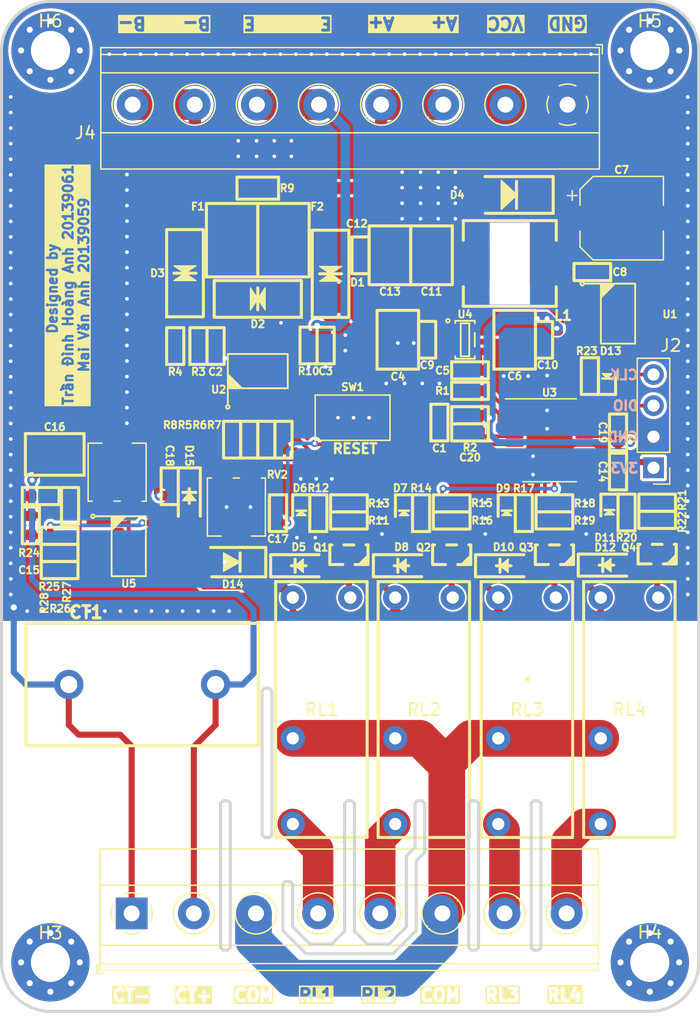
<source format=kicad_pcb>
(kicad_pcb (version 20221018) (generator pcbnew)
  (layers (0 "F.Cu" signal) (31 "B.Cu" signal) (34 "B.Paste" user) (35 "F.Paste" user) (36 "B.SilkS" user "B.Silkscreen") (37 "F.SilkS" user "F.Silkscreen") (38 "B.Mask" user) (39 "F.Mask" user) (44 "Edge.Cuts" user))
  (net 0 "")
  (net 1 "GND")
  (net 2 "Net-(U3-NRST)")
  (net 3 "+3V3")
  (net 4 "/E")
  (net 5 "+5V")
  (net 6 "Net-(U4-BP)")
  (net 7 "VCC")
  (net 8 "Net-(U5A-+)")
  (net 9 "Net-(C16-Pad1)")
  (net 10 "/S+")
  (net 11 "/CURRENT")
  (net 12 "/COM")
  (net 13 "Net-(D1-A2)")
  (net 14 "Net-(D2-A2)")
  (net 15 "Net-(U1-OUTPUT)")
  (net 16 "Net-(Q1-C)")
  (net 17 "Net-(D6-A)")
  (net 18 "Net-(D7-A)")
  (net 19 "Net-(Q2-C)")
  (net 20 "Net-(D9-A)")
  (net 21 "Net-(Q3-C)")
  (net 22 "Net-(D11-A)")
  (net 23 "Net-(Q4-C)")
  (net 24 "Net-(D13-A)")
  (net 25 "Net-(D15-Pad1)")
  (net 26 "Net-(U5B--)")
  (net 27 "/B-")
  (net 28 "/A+")
  (net 29 "/RL1")
  (net 30 "/RL2")
  (net 31 "/RL3")
  (net 32 "/RL4")
  (net 33 "/SWDIO")
  (net 34 "/SWCLK")
  (net 35 "Net-(Q1-B)")
  (net 36 "Net-(Q2-B)")
  (net 37 "Net-(Q3-B)")
  (net 38 "Net-(Q4-B)")
  (net 39 "Net-(U3-BOOT0)")
  (net 40 "/RX")
  (net 41 "Net-(U2-RO)")
  (net 42 "/DE{slash}RE")
  (net 43 "Net-(U2-DE)")
  (net 44 "/TX")
  (net 45 "Net-(U2-DI)")
  (net 46 "/RELAY1")
  (net 47 "/RELAY2")
  (net 48 "/RELAY3")
  (net 49 "/RELAY4")
  (net 50 "Net-(U3-PA10)")
  (net 51 "Net-(U5A--)")
  (net 52 "Net-(R27-Pad2)")
  (net 53 "Net-(U5B-+)")
  (footprint "Anh_Footprints:SOT23-3" (layer "F.Cu") (at 174.8 91.195 180)
    (fp_text reference "Q2")
    (fp_text value "NPN")
  )
  (footprint "Potentiometer_SMD:Potentiometer_Bourns_3314J_Vertical" (layer "F.Cu") (at 147.45 84.45 180)
    (fp_text reference "RV1" hide)
    (fp_text value "100k")
  )
  (footprint "Anh_Footprints:R_0805" (layer "F.Cu") (at 158.95 61.245 180)
    (fp_text reference "R9")
    (fp_text value "120")
  )
  (footprint "Anh_Footprints:F_1812" (layer "F.Cu") (at 156.85 65.495 90)
    (fp_text reference "F1")
    (fp_text value "Fuse")
  )
  (footprint "Anh_Footprints:C_0603" (layer "F.Cu") (at 167.35 66.732345 -90)
    (fp_text reference "C12")
    (fp_text value "100nF")
  )
  (footprint "Anh_Footprints:CurrentTransformer_THT" (layer "F.Cu") (at 149.5 101.8)
    (fp_text reference "CT1")
    (fp_text value "~")
  )
  (footprint "Anh_Footprints:C_0603" (layer "F.Cu") (at 172.8 73.632345 90)
    (fp_text reference "C9")
    (fp_text value "100nF")
  )
  (footprint "Anh_Footprints:SOT23-5" (layer "F.Cu") (at 175.89 73.633056)
    (fp_text reference "U4")
    (fp_text value "RT9193-33")
  )
  (footprint "Anh_Footprints:C_0603" (layer "F.Cu") (at 160.6 87.8 -90)
    (fp_text reference "C17")
    (fp_text value "22nF")
  )
  (footprint "Anh_Footprints:C_0603" (layer "F.Cu") (at 182.35 73.632345 90)
    (fp_text reference "C10")
    (fp_text value "100nF")
  )
  (footprint "Anh_Footprints:R_0603" (layer "F.Cu") (at 141.2 86.4 180)
    (fp_text reference "R25")
    (fp_text value "1k")
  )
  (footprint "Connector_PinHeader_2.54mm:PinHeader_1x04_P2.54mm_Vertical" (layer "F.Cu") (at 191.3 84.095 180)
    (fp_text reference "J2")
    (fp_text value "SWD")
  )
  (footprint "Anh_Footprints:D_MiniMELF" (layer "F.Cu") (at 156.9 91.8 180)
    (fp_text reference "D14")
    (fp_text value "Z3V3")
  )
  (footprint "Anh_Footprints:R_0603" (layer "F.Cu") (at 158.25 81.795 90)
    (fp_text reference "R5")
    (fp_text value "100")
  )
  (footprint "Anh_Footprints:D_SMA_TVS" (layer "F.Cu") (at 164.9 68.245 -90)
    (fp_text reference "D1")
    (fp_text value "D_TVS")
  )
  (footprint "Anh_Footprints:SOT23-3" (layer "F.Cu") (at 183.2 91.195 180)
    (fp_text reference "Q3")
    (fp_text value "NPN")
  )
  (footprint "Anh_Footprints:C_0603" (layer "F.Cu") (at 176.3 76.132345)
    (fp_text reference "C5")
    (fp_text value "22nF")
  )
  (footprint "Anh_Footprints:C_1210" (layer "F.Cu") (at 142.35 83 180)
    (fp_text reference "C16")
    (fp_text value "47uF")
  )
  (footprint "Anh_Footprints:SOIC-8" (layer "F.Cu") (at 188.4 71.5)
    (fp_text reference "U1")
    (fp_text value "XL1509")
  )
  (footprint "Anh_Footprints:R_0603" (layer "F.Cu") (at 191.6 88.345)
    (fp_text reference "R22")
    (fp_text value "10k")
  )
  (footprint "Anh_Footprints:F_1812" (layer "F.Cu") (at 161.05 65.495 90)
    (fp_text reference "F2")
    (fp_text value "Fuse")
  )
  (footprint "Anh_Footprints:R_0603" (layer "F.Cu") (at 176.3 77.8)
    (fp_text reference "R1")
    (fp_text value "1k")
  )
  (footprint "Anh_Footprints:SOD-123F" (layer "F.Cu") (at 179.05 92.095)
    (fp_text reference "D10")
    (fp_text value "1N4007")
  )
  (footprint "MountingHole:MountingHole_3.2mm_M3_Pad_Via" (layer "F.Cu") (at 142 124.5)
    (fp_text reference "H3")
    (fp_text value "H1")
  )
  (footprint "Anh_Footprints:R_0603" (layer "F.Cu") (at 183.2 86.995 180)
    (fp_text reference "R18")
    (fp_text value "1k")
  )
  (footprint "Anh_Footprints:R_0603" (layer "F.Cu") (at 166.4 87 180)
    (fp_text reference "R13")
    (fp_text value "1k")
  )
  (footprint "Anh_Footprints:SOD-123F" (layer "F.Cu") (at 170.7 92.095)
    (fp_text reference "D8")
    (fp_text value "1N4007")
  )
  (footprint "MountingHole:MountingHole_3.2mm_M3_Pad_Via" (layer "F.Cu") (at 191 124.5)
    (fp_text reference "H4")
    (fp_text value "ACO")
  )
  (footprint "Anh_Footprints:SOT23-3" (layer "F.Cu") (at 191.6 91.145 180)
    (fp_text reference "Q4")
    (fp_text value "NPN")
  )
  (footprint "Anh_Footprints:R_0603" (layer "F.Cu") (at 140.4 88.8 -90)
    (fp_text reference "R28")
    (fp_text value "47k")
  )
  (footprint "Anh_Footprints:R_0603" (layer "F.Cu") (at 166.4 88.4)
    (fp_text reference "R11")
    (fp_text value "10k")
  )
  (footprint "Anh_Footprints:SOIC-8" (layer "F.Cu") (at 148.4 90.5)
    (fp_text reference "U5")
    (fp_text value "LM358")
  )
  (footprint "Anh_Footprints:R_0603" (layer "F.Cu") (at 183.2 88.395)
    (fp_text reference "R19")
    (fp_text value "10k")
  )
  (footprint "IVS_Footprint:Relay_G5NB-1A-E DC5" (layer "F.Cu") (at 191.6875 112.995)
    (fp_text reference "RL4")
    (fp_text value "Relay_G5NB-1A-E_DC5" hide)
  )
  (footprint "Potentiometer_SMD:Potentiometer_Bourns_3314J_Vertical" (layer "F.Cu") (at 157.2 87.3)
    (fp_text reference "RV2")
    (fp_text value "10k")
  )
  (footprint "TerminalBlock_Phoenix:TerminalBlock_Phoenix_MKDS-1,5-8-5.08_1x08_P5.08mm_Horizontal" (layer "F.Cu") (at 184.275 54.425 180)
    (fp_text reference "J4")
    (fp_text value "RS485_POWER")
  )
  (footprint "IVS_Footprint:Relay_G5NB-1A-E DC5" (layer "F.Cu") (at 174.8875 112.995)
    (fp_text reference "RL2")
    (fp_text value "Relay_G5NB-1A-E_DC5" hide)
  )
  (footprint "Anh_Footprints:R_0603" (layer "F.Cu") (at 142.75 89.65 180)
    (fp_text reference "R26")
    (fp_text value "4k7")
  )
  (footprint "Anh_Footprints:R_0603" (layer "F.Cu") (at 163.9 87.8 90)
    (fp_text reference "R12")
    (fp_text value "100")
  )
  (footprint "Anh_Footprints:C_1210" (layer "F.Cu") (at 173.15 66.732345 -90)
    (fp_text reference "C11")
    (fp_text value "47uF")
  )
  (footprint "Anh_Footprints:C_0603" (layer "F.Cu") (at 142.75 92.45)
    (fp_text reference "C15")
    (fp_text value "100nF")
  )
  (footprint "Anh_Footprints:LED_0603" (layer "F.Cu") (at 187.7 87.745 -90)
    (fp_text reference "D11")
    (fp_text value "LED")
  )
  (footprint "Anh_Footprints:R_0603" (layer "F.Cu") (at 172.3 87.8 90)
    (fp_text reference "R14")
    (fp_text value "100")
  )
  (footprint "Anh_Footprints:R_0603" (layer "F.Cu") (at 156.85 81.795 -90)
    (fp_text reference "R8")
    (fp_text value "10k")
  )
  (footprint "Anh_Footprints:LED_0603" (layer "F.Cu") (at 170.9 87.8 -90)
    (fp_text reference "D7")
    (fp_text value "LED")
  )
  (footprint "Anh_Footprints:R_0603" (layer "F.Cu") (at 191.6 86.945 180)
    (fp_text reference "R21")
    (fp_text value "1k")
  )
  (footprint "Anh_Footprints:R_0603" (layer "F.Cu") (at 161.05 81.795 90)
    (fp_text reference "R7")
    (fp_text value "100")
  )
  (footprint "Anh_Footprints:LED_0603" (layer "F.Cu") (at 162.5 87.8 -90)
    (fp_text reference "D6")
    (fp_text value "LED")
  )
  (footprint "Anh_Footprints:R_0603" (layer "F.Cu") (at 142.75 91.05)
    (fp_text reference "R24")
    (fp_text value "4k7")
  )
  (footprint "Anh_Footprints:R_0603" (layer "F.Cu") (at 159.65 81.795 90)
    (fp_text reference "R6")
    (fp_text value "100")
  )
  (footprint "Anh_Footprints:LED_0603" (layer "F.Cu") (at 187.5 76.6 90)
    (fp_text reference "D13")
    (fp_text value "LED")
  )
  (footprint "MountingHole:MountingHole_3.2mm_M3_Pad_Via" (layer "F.Cu") (at 191 50)
    (fp_text reference "H5")
    (fp_text value "H3")
  )
  (footprint "Anh_Footprints:C_0603" (layer "F.Cu") (at 176.3 81.2)
    (fp_text reference "C20")
    (fp_text value "100nF")
  )
  (footprint "Anh_Footprints:R_0603" (layer "F.Cu") (at 176.3 79.8)
    (fp_text reference "R2")
    (fp_text value "10k")
  )
  (footprint "Anh_Footprints:C_0603" (layer "F.Cu") (at 188.4 81.2 -90)
    (fp_text reference "C19")
    (fp_text value "100nF")
  )
  (footprint "TerminalBlock_Phoenix:TerminalBlock_Phoenix_MKDS-1,5-8-5.08_1x08_P5.08mm_Horizontal" (layer "F.Cu") (at 148.64 120.5)
    (fp_text reference "J1")
    (fp_text value "OUTPUT_CONN")
  )
  (footprint "Anh_Footprints:R_0603" (layer "F.Cu") (at 189.1 87.745 90)
    (fp_text reference "R20")
    (fp_text value "100")
  )
  (footprint "Anh_Footprints:R_0603" (layer "F.Cu") (at 163.1 74.1 90)
    (fp_text reference "R10")
    (fp_text value "1M")
  )
  (footprint "Anh_Footprints:SOT23-3" (layer "F.Cu") (at 166.4 91.195 180)
    (fp_text reference "Q1")
    (fp_text value "NPN")
  )
  (footprint "MountingHole:MountingHole_3.2mm_M3_Pad_Via" (layer "F.Cu") (at 142 50)
    (fp_text reference "H6")
    (fp_text value "H4")
  )
  (footprint "Anh_Footprints:SOD-123F" (layer "F.Cu") (at 187.45 92.045)
    (fp_text reference "D12")
    (fp_text value "1N4007")
  )
  (footprint "Anh_Footprints:L_0630" (layer "F.Cu") (at 179.55 67.4 180)
    (fp_text reference "L1")
    (fp_text value "L_0630")
  )
  (footprint "Anh_Footprints:SOIC-8" (layer "F.Cu") (at 158.95 76.195 90)
    (fp_text reference "U2")
    (fp_text value "MAX485E")
  )
  (footprint "Anh_Footprints:R_0603" (layer "F.Cu") (at 154.1 74.145 90)
    (fp_text reference "R3")
    (fp_text value "4k7")
  )
  (footprint "Anh_Footprints:SOD-123F" (layer "F.Cu") (at 162.3 92.095)
    (fp_text reference "D5")
    (fp_text value "1N4007")
  )
  (footprint "Anh_Footprints:C_0603" (layer "F.Cu") (at 155.5 74.145 90)
    (fp_text reference "C2")
    (fp_text value "100nF")
  )
  (footprint "Anh_Footprints:R_0603" (layer "F.Cu") (at 152.2 74.145 90)
    (fp_text reference "R4")
    (fp_text value "4k7")
  )
  (footprint "Anh_Footprints:C_0603" (layer "F.Cu") (at 151.75 85.6 -90)
    (fp_text reference "C18")
    (fp_text value "100nF")
  )
  (footprint "Anh_Footprints:SOD-123F" (layer "F.Cu") (at 153.35 86.4 -90)
    (fp_text reference "D15")
    (fp_text value "1N4007")
  )
  (footprint "Anh_Footprints:C_0603" (layer "F.Cu") (at 188.4 84.4 -90)
    (fp_text reference "C14")
    (fp_text value "100nF")
  )
  (footprint "Anh_Footprints:C_0603" (layer "F.Cu") (at 186.3 68.1 180)
    (fp_text reference "C8")
    (fp_text value "100nF")
  )
  (footprint "IVS_Footprint:Relay_G5NB-1A-E DC5" (layer "F.Cu") (at 183.3125 112.995)
    (fp_text reference "RL3")
    (fp_text value "Relay_G5NB-1A-E_DC5" hide)
  )
  (footprint "Anh_Footprints:R_0603" (layer "F.Cu") (at 174.8 88.4)
    (fp_text reference "R16")
    (fp_text value "10k")
  )
  (footprint "Button_Switch_SMD:SW_SPST_CK_RS282G05A3" (layer "F.Cu") (at 166.7 80)
    (fp_text reference "SW1")
    (fp_text value "reset")
  )
  (footprint "Anh_Footprints:D_SMA_TVS" (layer "F.Cu") (at 158.95 70.295 180)
    (fp_text reference "D2")
    (fp_text value "D_TVS")
  )
  (footprint "Capacitor_SMD:CP_Elec_6.3x5.4_Nichicon" (layer "F.Cu") (at 188.7 63.7)
    (fp_text reference "C7")
    (fp_text value "100uF")
  )
  (footprint "Anh_Footprints:LED_0603" (layer "F.Cu") (at 179.3 87.795 -90)
    (fp_text reference "D9")
    (fp_text value "LED")
  )
  (footprint "Anh_Footprints:C_1210" (layer "F.Cu") (at 170.4 73.632345 90)
    (fp_text reference "C4")
    (fp_text value "10uF")
  )
  (footprint "Anh_Footprints:C_0603" (layer "F.Cu") (at 164.5 74.1 90)
    (fp_text reference "C3")
    (fp_text value "10nF")
  )
  (footprint "Anh_Footprints:R_0603" (layer "F.Cu") (at 180.7 87.795 90)
    (fp_text reference "R17")
    (fp_text value "100")
  )
  (footprint "Anh_Footprints:R_0603" (layer "F.Cu") (at 186.1 76.6 -90)
    (fp_text reference "R23")
    (fp_text value "10")
  )
  (footprint "Anh_Footprints:R_0603" (layer "F.Cu") (at 174.8 87 180)
    (fp_text reference "R15")
    (fp_text value "1k")
  )
  (footprint "Anh_Footprints:D_SMA_TVS" (layer "F.Cu") (at 153 68.195 90)
    (fp_text reference "D3")
    (fp_text value "D_TVS")
  )
  (footprint "Anh_Footprints:C_1210" (layer "F.Cu") (at 169.75 66.732345 -90)
    (fp_text reference "C13")
    (fp_text value "10uF")
  )
  (footprint "IVS_Footprint:Relay_G5NB-1A-E DC5" (layer "F.Cu") (at 166.5125 112.995)
    (fp_text reference "RL1")
    (fp_text value "Relay_G5NB-1A-E_DC5" hide)
  )
  (footprint "Anh_Footprints:C_0603" (layer "F.Cu") (at 173.8 80.4 90)
    (fp_text reference "C1")
    (fp_text value "100nF")
  )
  (footprint "Package_SO:TSSOP-20_4.4x6.5mm_P0.65mm" (layer "F.Cu") (at 182.8 81.845)
    (fp_text reference "U3")
    (fp_text value "STM32F030F4Px")
  )
  (footprint "Anh_Footprints:D_SMA" (layer "F.Cu") (at 179.6 61.8 180)
    (fp_text reference "D4")
    (fp_text value "SS34")
  )
  (footprint "Anh_Footprints:R_0603" (layer "F.Cu") (at 143.6 87.2 90)
    (fp_text reference "R27")
    (fp_text value "1k")
  )
  (footprint "Anh_Footprints:C_1210" (layer "F.Cu") (at 179.95 73.632345 90)
    (fp_text reference "C6")
    (fp_text value "10uF")
  )
  (gr_line (start 161 121.9) (end 161 118.1) (stroke (width 0.25)) (layer "Edge.Cuts"))
  (gr_line (start 166.05 121.95) (end 166.05 111.5) (stroke (width 0.25)) (layer "Edge.Cuts"))
  (gr_line (start 161.8 118.1) (end 161.8 121.6) (stroke (width 0.25)) (layer "Edge.Cuts"))
  (gr_line (start 156.5 123.5) (end 156.1 123.5) (stroke (width 0.25)) (layer "Edge.Cuts"))
  (gr_line (start 171.9 120.6) (end 171.9 121.9) (stroke (width 0.25)) (layer "Edge.Cuts"))
  (gr_line (start 167.9 123) (end 166.85 121.95) (stroke (width 0.25)) (layer "Edge.Cuts"))
  (gr_line (start 159.5 102.1) (end 159.9 102.1) (stroke (width 0.25)) (layer "Edge.Cuts"))
  (gr_line (start 172.4 115.7) (end 172.6 115.5) (stroke (width 0.25)) (layer "Edge.Cuts"))
  (gr_arc (start 142 128.5) (mid 139.171573 127.328427) (end 138 124.5) (stroke (width 0.25)) (layer "Edge.Cuts"))
  (gr_line (start 171.8 115.1) (end 171.2 115.7) (stroke (width 0.25)) (layer "Edge.Cuts"))
  (gr_line (start 182.1 111.5) (end 182.1 123.3) (stroke (width 0.25)) (layer "Edge.Cuts"))
  (gr_line (start 171.9 116.2) (end 172.4 115.7) (stroke (width 0.25)) (layer "Edge.Cuts"))
  (gr_line (start 181.9 123.5) (end 181.5 123.5) (stroke (width 0.25)) (layer "Edge.Cuts"))
  (gr_arc (start 191 46) (mid 193.828427 47.171573) (end 195 50) (stroke (width 0.25)) (layer "Edge.Cuts"))
  (gr_line (start 156.7 111.5) (end 156.7 123.3) (stroke (width 0.25)) (layer "Edge.Cuts"))
  (gr_line (start 181.5 111.3) (end 181.9 111.3) (stroke (width 0.25)) (layer "Edge.Cuts"))
  (gr_line (start 181.3 111.5) (end 181.5 111.3) (stroke (width 0.25)) (layer "Edge.Cuts"))
  (gr_line (start 159.9 102.1) (end 160.1 102.3) (stroke (width 0.25)) (layer "Edge.Cuts"))
  (gr_line (start 176.2 111.5) (end 176.4 111.3) (stroke (width 0.25)) (layer "Edge.Cuts"))
  (gr_line (start 161.6 117.9) (end 161.8 118.1) (stroke (width 0.25)) (layer "Edge.Cuts"))
  (gr_line (start 171.1 121.6) (end 169.7 123) (stroke (width 0.25)) (layer "Edge.Cuts"))
  (gr_line (start 176.2 123.3) (end 176.2 111.5) (stroke (width 0.25)) (layer "Edge.Cuts"))
  (gr_line (start 182.1 123.3) (end 181.9 123.5) (stroke (width 0.25)) (layer "Edge.Cuts"))
  (gr_line (start 170 123.8) (end 162.9 123.8) (stroke (width 0.25)) (layer "Edge.Cuts"))
  (gr_line (start 159.3 102.3) (end 159.5 102.1) (stroke (width 0.25)) (layer "Edge.Cuts"))
  (gr_line (start 172 111.3) (end 171.8 111.5) (stroke (width 0.25)) (layer "Edge.Cuts"))
  (gr_line (start 172.4 111.3) (end 172 111.3) (stroke (width 0.25)) (layer "Edge.Cuts"))
  (gr_line (start 166.25 111.3) (end 166.65 111.3) (stroke (width 0.25)) (layer "Edge.Cuts"))
  (gr_line (start 156.1 111.3) (end 156.5 111.3) (stroke (width 0.25)) (layer "Edge.Cuts"))
  (gr_line (start 166.65 111.3) (end 166.85 111.5) (stroke (width 0.25)) (layer "Edge.Cuts"))
  (gr_line (start 171.9 118.1) (end 171.9 116.2) (stroke (width 0.25)) (layer "Edge.Cuts"))
  (gr_line (start 176.8 111.3) (end 177 111.5) (stroke (width 0.25)) (layer "Edge.Cuts"))
  (gr_line (start 156.1 123.5) (end 155.9 123.3) (stroke (width 0.25)) (layer "Edge.Cuts"))
  (gr_line (start 160.1 102.3) (end 160.1 114.1) (stroke (width 0.25)) (layer "Edge.Cuts"))
  (gr_line (start 171.9 120.6) (end 171.9 118.1) (stroke (width 0.25)) (layer "Edge.Cuts"))
  (gr_line (start 161 118.1) (end 161.2 117.9) (stroke (width 0.25)) (layer "Edge.Cuts"))
  (gr_line (start 161.2 117.9) (end 161.6 117.9) (stroke (width 0.25)) (layer "Edge.Cuts"))
  (gr_line (start 155.9 111.5) (end 156.1 111.3) (stroke (width 0.25)) (layer "Edge.Cuts"))
  (gr_line (start 172.6 111.5) (end 172.4 111.3) (stroke (width 0.25)) (layer "Edge.Cuts"))
  (gr_line (start 181.9 111.3) (end 182.1 111.5) (stroke (width 0.25)) (layer "Edge.Cuts"))
  (gr_line (start 177 111.5) (end 177 123.3) (stroke (width 0.25)) (layer "Edge.Cuts"))
  (gr_line (start 165 123) (end 163.2 123) (stroke (width 0.25)) (layer "Edge.Cuts"))
  (gr_line (start 171.8 111.5) (end 171.8 115.1) (stroke (width 0.25)) (layer "Edge.Cuts"))
  (gr_line (start 156.7 123.3) (end 156.5 123.5) (stroke (width 0.25)) (layer "Edge.Cuts"))
  (gr_line (start 171.2 115.7) (end 171.1 115.8) (stroke (width 0.25)) (layer "Edge.Cuts"))
  (gr_line (start 169.7 123) (end 167.9 123) (stroke (width 0.25)) (layer "Edge.Cuts"))
  (gr_line (start 159.3 114.1) (end 159.3 102.3) (stroke (width 0.25)) (layer "Edge.Cuts"))
  (gr_line (start 161.8 121.6) (end 163.2 123) (stroke (width 0.25)) (layer "Edge.Cuts"))
  (gr_line (start 176.4 111.3) (end 176.8 111.3) (stroke (width 0.25)) (layer "Edge.Cuts"))
  (gr_line (start 161 121.9) (end 162.9 123.8) (stroke (width 0.25)) (layer "Edge.Cuts"))
  (gr_line (start 171.9 121.9) (end 170 123.8) (stroke (width 0.25)) (layer "Edge.Cuts"))
  (gr_line (start 181.3 123.3) (end 181.3 111.5) (stroke (width 0.25)) (layer "Edge.Cuts"))
  (gr_line (start 171.1 121.6) (end 171.1 120.6) (stroke (width 0.25)) (layer "Edge.Cuts"))
  (gr_line (start 156.5 111.3) (end 156.7 111.5) (stroke (width 0.25)) (layer "Edge.Cuts"))
  (gr_line (start 159.9 114.3) (end 159.5 114.3) (stroke (width 0.25)) (layer "Edge.Cuts"))
  (gr_line (start 166.85 111.5) (end 166.85 121.95) (stroke (width 0.25)) (layer "Edge.Cuts"))
  (gr_line (start 159.5 114.3) (end 159.3 114.1) (stroke (width 0.25)) (layer "Edge.Cuts"))
  (gr_line (start 171.1 115.8) (end 171.1 120.6) (stroke (width 0.25)) (layer "Edge.Cuts"))
  (gr_line (start 177 123.3) (end 176.8 123.5) (stroke (width 0.25)) (layer "Edge.Cuts"))
  (gr_line (start 138 50) (end 138 124.5) (stroke (width 0.25)) (layer "Edge.Cuts"))
  (gr_line (start 181.5 123.5) (end 181.3 123.3) (stroke (width 0.25)) (layer "Edge.Cuts"))
  (gr_line (start 166.05 121.95) (end 165 123) (stroke (width 0.25)) (layer "Edge.Cuts"))
  (gr_arc (start 138 50) (mid 139.171573 47.171573) (end 142 46) (stroke (width 0.25)) (layer "Edge.Cuts"))
  (gr_line (start 176.4 123.5) (end 176.2 123.3) (stroke (width 0.25)) (layer "Edge.Cuts"))
  (gr_line (start 195 124.5) (end 195 50) (stroke (width 0.25)) (layer "Edge.Cuts"))
  (gr_line (start 191 46) (end 142 46) (stroke (width 0.25)) (layer "Edge.Cuts"))
  (gr_line (start 172.6 115.5) (end 172.6 111.5) (stroke (width 0.25)) (layer "Edge.Cuts"))
  (gr_line (start 166.05 111.5) (end 166.25 111.3) (stroke (width 0.25)) (layer "Edge.Cuts"))
  (gr_line (start 155.9 123.3) (end 155.9 111.5) (stroke (width 0.25)) (layer "Edge.Cuts"))
  (gr_line (start 142 128.5) (end 191 128.5) (stroke (width 0.25)) (layer "Edge.Cuts"))
  (gr_line (start 176.8 123.5) (end 176.4 123.5) (stroke (width 0.25)) (layer "Edge.Cuts"))
  (gr_line (start 160.1 114.1) (end 159.9 114.3) (stroke (width 0.25)) (layer "Edge.Cuts"))
  (gr_arc (start 195 124.5) (mid 193.828427 127.328427) (end 191 128.5) (stroke (width 0.25)) (layer "Edge.Cuts"))
  (gr_text "3V3" (at 190.15 84.6) (layer "B.SilkS") (effects (font (size 0.8 0.8) (thickness 0.2) bold) (justify left bottom mirror)))
  (gr_text "GND" (at 190.15 82.05) (layer "B.SilkS") (effects (font (size 0.8 0.8) (thickness 0.2) bold) (justify left bottom mirror)))
  (gr_text "CLK" (at 190.15 76.975) (layer "B.SilkS") (effects (font (size 0.8 0.8) (thickness 0.2) bold) (justify left bottom mirror)))
  (gr_text "DIO" (at 190.15 79.5) (layer "B.SilkS") (effects (font (size 0.8 0.8) (thickness 0.2) bold) (justify left bottom mirror)))
  (gr_text "RL2" (at 168.785 127.775) (layer "F.SilkS" knockout) (effects (font (size 1 1) (thickness 0.25) bold) (justify bottom)))
  (gr_text "COM" (at 173.865 127.775) (layer "F.SilkS" knockout) (effects (font (size 1 1) (thickness 0.25) bold) (justify bottom)))
  (gr_text "Designed by \nTrần Đình Hoàng Anh 20139061\nMai Văn Anh 20139059" (at 145.2 69.15 90) (layer "F.SilkS" knockout) (effects (font (size 0.8 0.8) (thickness 0.2) bold) (justify bottom)))
  (gr_text "RESET" (at 164.95 83) (layer "F.SilkS") (effects (font (size 0.8 0.8) (thickness 0.2) bold) (justify left bottom)))
  (gr_text "RL4" (at 184.025 127.775) (layer "F.SilkS" knockout) (effects (font (size 1 1) (thickness 0.25) bold) (justify bottom)))
  (gr_text "VCC" (at 179.18 47.2 180) (layer "F.SilkS" knockout) (effects (font (size 1 1) (thickness 0.25) bold) (justify bottom)))
  (gr_text "COM" (at 158.625 127.775) (layer "F.SilkS" knockout) (effects (font (size 1 1) (thickness 0.25) bold) (justify bottom)))
  (gr_text "E       E" (at 161.4 47.2 180) (layer "F.SilkS" knockout) (effects (font (size 1 1) (thickness 0.25) bold) (justify bottom)))
  (gr_text "GND" (at 184.26 47.2 180) (layer "F.SilkS" knockout) (effects (font (size 1 1) (thickness 0.25) bold) (justify bottom)))
  (gr_text "CT+" (at 153.7 127.8) (layer "F.SilkS" knockout) (effects (font (size 1 1) (thickness 0.25) bold) (justify bottom)))
  (gr_text "CT-" (at 148.6 127.8) (layer "F.SilkS" knockout) (effects (font (size 1 1) (thickness 0.25) bold) (justify bottom)))
  (gr_text "A+    A+" (at 171.6 47.2 180) (layer "F.SilkS" knockout) (effects (font (size 1 1) (thickness 0.25) bold) (justify bottom)))
  (gr_text "B-    B-" (at 151.3 47.2 180) (layer "F.SilkS" knockout) (effects (font (size 1 1) (thickness 0.25) bold) (justify bottom)))
  (gr_text "RL1" (at 163.705 127.775) (layer "F.SilkS" knockout) (effects (font (size 1 1) (thickness 0.25) bold) (justify bottom)))
  (gr_text "RL3" (at 178.945 127.775) (layer "F.SilkS" knockout) (effects (font (size 1 1) (thickness 0.25) bold) (justify bottom)))
  (segment (start 190.65 88.52) (end 190.825 88.345) (width 0.5) (layer "F.Cu") (net 1))
  (segment (start 173.85 90.0575) (end 173.85 88.575) (width 0.5) (layer "F.Cu") (net 1))
  (segment (start 187.5 85) (end 187.5 82.5) (width 0.3) (layer "F.Cu") (net 1))
  (segment (start 163.1 74.875) (end 161.575 74.875) (width 0.5) (layer "F.Cu") (net 1))
  (segment (start 187.17 82.17) (end 185.6625 82.17) (width 0.3) (layer "F.Cu") (net 1))
  (segment (start 187.5 82.5) (end 187.17 82.17) (width 0.3) (layer "F.Cu") (net 1))
  (segment (start 156.02 74.92) (end 155.5 74.92) (width 0.5) (layer "F.Cu") (net 1))
  (segment (start 143.5 105.1) (end 143.5 101.8) (width 0.5) (layer "F.Cu") (net 1))
  (segment (start 187.675 85.175) (end 187.5 85) (width 0.3) (layer "F.Cu") (net 1))
  (segment (start 161.575 74.875) (end 160.855 74.155) (width 0.5) (layer "F.Cu") (net 1))
  (segment (start 190.65 90.0075) (end 190.65 88.52) (width 0.5) (layer "F.Cu") (net 1))
  (segment (start 188.4 85.175) (end 187.675 85.175) (width 0.3) (layer "F.Cu") (net 1))
  (segment (start 163.1 74.875) (end 164.5 74.875) (width 0.8) (layer "F.Cu") (net 1))
  (segment (start 182.25 90.0575) (end 182.25 88.57) (width 0.5) (layer "F.Cu") (net 1))
  (segment (start 147.7 105.9) (end 144.3 105.9) (width 0.5) (layer "F.Cu") (net 1))
  (segment (start 182.25 88.57) (end 182.425 88.395) (width 0.5) (layer "F.Cu") (net 1))
  (segment (start 173.85 88.575) (end 174.025 88.4) (width 0.5) (layer "F.Cu") (net 1))
  (segment (start 156.25 75.15) (end 156.02 74.92) (width 0.5) (layer "F.Cu") (net 1))
  (segment (start 165.45 88.575) (end 165.625 88.4) (width 0.5) (layer "F.Cu") (net 1))
  (segment (start 148.64 120.5) (end 148.64 106.84) (width 0.5) (layer "F.Cu") (net 1))
  (segment (start 165.45 90.0575) (end 165.45 88.575) (width 0.5) (layer "F.Cu") (net 1))
  (segment (start 144.3 105.9) (end 143.5 105.1) (width 0.5) (layer "F.Cu") (net 1))
  (segment (start 160.855 74.155) (end 160.855 73.72) (width 0.5) (layer "F.Cu") (net 1))
  (segment (start 141.975 92.45) (end 141.975 91.05) (width 0.5) (layer "F.Cu") (net 1))
  (segment (start 148.64 106.84) (end 147.7 105.9) (width 0.5) (layer "F.Cu") (net 1))
  (via (at 165 85) (size 0.6) (drill 0.3) (layers "F.Cu" "B.Cu") (net 1))
  (via (at 168.41 50.3) (size 0.6) (drill 0.3) (layers "F.Cu" "B.Cu") (net 1))
  (via (at 140.1 95.8) (size 0.6) (drill 0.3) (layers "F.Cu" "B.Cu") (net 1))
  (via (at 148.25 67.75) (size 0.6) (drill 0.3) (layers "F.Cu" "B.Cu") (net 1))
  (via (at 194.1 94.44) (size 0.6) (drill 0.3) (layers "F.Cu" "B.Cu") (net 1))
  (via (at 138.75 74.12) (size 0.6) (drill 0.3) (layers "F.Cu" "B.Cu") (net 1))
  (via (at 194.1 53.8) (size 0.6) (drill 0.3) (layers "F.Cu" "B.Cu") (net 1))
  (via (at 148.25 76.64) (size 0.6) (drill 0.3) (layers "F.Cu" "B.Cu") (net 1))
  (via (at 147.72 95.8) (size 0.6) (drill 0.3) (layers "F.Cu" "B.Cu") (net 1))
  (via (at 160.3 57.38) (size 0.6) (drill 0.3) (layers "F.Cu" "B.Cu") (net 1))
  (via (at 194.1 84.28) (size 0.6) (drill 0.3) (layers "F.Cu" "B.Cu") (net 1))
  (via (at 194.1 86.82) (size 0.6) (drill 0.3) (layers "F.Cu" "B.Cu") (net 1))
  (via (at 159.52 50.3) (size 0.6) (drill 0.3) (layers "F.Cu" "B.Cu") (net 1))
  (via (at 194.1 85.55) (size 0.6) (drill 0.3) (layers "F.Cu" "B.Cu") (net 1))
  (via (at 170.75 62.48) (size 0.6) (drill 0.3) (layers "F.Cu" "B.Cu") (net 1))
  (via (at 177.55 88.23) (size 0.6) (drill 0.3) (layers "F.Cu" "B.Cu") (net 1))
  (via (at 169.68 50.3) (size 0.6) (drill 0.3) (layers "F.Cu" "B.Cu") (net 1))
  (via (at 156.4 87.3) (size 0.6) (drill 0.3) (layers "F.Cu" "B.Cu") (net 1))
  (via (at 179.05 76.6) (size 0.6) (drill 0.3) (layers "F.Cu" "B.Cu") (net 1))
  (via (at 194.1 79.2) (size 0.6) (drill 0.3) (layers "F.Cu" "B.Cu") (net 1))
  (via (at 138.75 94.44) (size 0.6) (drill 0.3) (layers "F.Cu" "B.Cu") (net 1))
  (via (at 148.25 71.56) (size 0.6) (drill 0.3) (layers "F.Cu" "B.Cu") (net 1))
  (via (at 158.35 87.3) (size 0.6) (drill 0.3) (layers "F.Cu" "B.Cu") (net 1))
  (via (at 178.57 50.3) (size 0.6) (drill 0.3) (layers "F.Cu" "B.Cu") (net 1))
  (via (at 181.45 83.15) (size 0.6) (drill 0.3) (layers "F.Cu" "B.Cu") (net 1))
  (via (at 148.99 95.8) (size 0.6) (drill 0.3) (layers "F.Cu" "B.Cu") (net 1))
  (via (at 194.1 81.74) (size 0.6) (drill 0.3) (layers "F.Cu" "B.Cu") (net 1))
  (via (at 194.1 60.15) (size 0.6) (drill 0.3) (layers "F.Cu" "B.Cu") (net 1))
  (via (at 139 95.5) (size 1) (drill 0.5) (layers "F.Cu" "B.Cu") (net 1))
  (via (at 194.1 77.93) (size 0.6) (drill 0.3) (layers "F.Cu" "B.Cu") (net 1))
  (via (at 151.9 50.3) (size 0.6) (drill 0.3) (layers "F.Cu" "B.Cu") (net 1))
  (via (at 172.25 61.21) (size 0.6) (drill 0.3) (layers "F.Cu" "B.Cu") (net 1))
  (via (at 194.1 55.07) (size 0.6) (drill 0.3) (layers "F.Cu" "B.Cu") (net 1))
  (via (at 194.1 58.88) (size 0.6) (drill 0.3) (layers "F.Cu" "B.Cu") (net 1))
  (via (at 163.65 89.8) (size 0.6) (drill 0.3) (layers "F.Cu" "B.Cu") (net 1))
  (via (at 138.75 93.17) (size 0.6) (drill 0.3) (layers "F.Cu" "B.Cu") (net 1))
  (via (at 138.75 88.09) (size 0.6) (drill 0.3) (layers "F.Cu" "B.Cu") (net 1))
  (via (at 158.25 50.3) (size 0.6) (drill 0.3) (layers "F.Cu" "B.Cu") (net 1))
  (via (at 138.75 60.15) (size 0.6) (drill 0.3) (layers "F.Cu" "B.Cu") (net 1))
  (via (at 162.15 89.8) (size 0.6) (drill 0.3) (layers "F.Cu" "B.Cu") (net 1))
  (via (at 170.4 73.9) (size 0.6) (drill 0.3) (layers "F.Cu" "B.Cu") (net 1))
  (via (at 138.75 76.66) (size 0.6) (drill 0.3) (layers "F.Cu" "B.Cu") (net 1))
  (via (at 194.1 61.42) (size 0.6) (drill 0.3) (layers "F.Cu" "B.Cu") (net 1))
  (via (at 170.75 61.21) (size 0.6) (drill 0.3) (layers "F.Cu" "B.Cu") (net 1))
  (via (at 194.1 83.01) (size 0.6) (drill 0.3) (layers "F.Cu" "B.Cu") (net 1))
  (via (at 156.61 95.8) (size 0.6) (drill 0.3) (layers "F.Cu" "B.Cu") (net 1))
  (via (at 150.26 95.8) (size 0.6) (drill 0.3) (layers "F.Cu" "B.Cu") (net 1))
  (via (at 169.1 89.5) (size 0.6) (drill 0.3) (layers "F.Cu" "B.Cu") (net 1))
  (via (at 138.75 56.34) (size 0.6) (drill 0.3) (layers "F.Cu" "B.Cu") (net 1))
  (via (at 171.7 73.9) (size 0.6) (drill 0.3) (layers "F.Cu" "B.Cu") (net 1))
  (via (at 175.1 62.48) (size 0.6) (drill 0.3) (layers "F.Cu" "B.Cu") (net 1))
  (via (at 194.1 69.04) (size 0.6) (drill 0.3) (layers "F.Cu" "B.Cu") (net 1))
  (via (at 182.6 76.55) (size 0.6) (drill 0.3) (layers "F.Cu" "B.Cu") (net 1))
  (via (at 164.5 75.85) (size 0.6) (drill 0.3) (layers "F.Cu" "B.Cu") (net 1))
  (via (at 138.75 61.42) (size 0.6) (drill 0.3) (layers "F.Cu" "B.Cu") (net 1))
  (via (at 138.75 66.5) (size 0.6) (drill 0.3) (layers "F.Cu" "B.Cu") (net 1))
  (via (at 185.8 88.23) (size 0.6) (drill 0.3) (layers "F.Cu" "B.Cu") (net 1))
  (via (at 148.25 66.48) (size 0.6) (drill 0.3) (layers "F.Cu" "B.Cu") (net 1))
  (via (at 194.1 80.47) (size 0.6) (drill 0.3) (layers "F.Cu" "B.Cu") (net 1))
  (via (at 143.91 95.8) (size 0.6) (drill 0.3) (layers "F.Cu" "B.Cu") (net 1))
  (via (at 194.1 67.77) (size 0.6) (drill 0.3) (layers "F.Cu" "B.Cu") (net 1))
  (via (at 138.75 77.93) (size 0.6) (drill 0.3) (layers "F.Cu" "B.Cu") (net 1))
  (via (at 173.8 77.2) (size 0.6) (drill 0.3) (layers "F.Cu" "B.Cu") (net 1))
  (via (at 181.11 50.3) (size 0.6) (drill 0.3) (layers "F.Cu" "B.Cu") (net 1))
  (via (at 146.82 50.3) (size 0.6) (drill 0.3) (layers "F.Cu" "B.Cu") (net 1))
  (via (at 172.22 50.3) (size 0.6) (drill 0.3) (layers "F.Cu" "B.Cu") (net 1))
  (via (at 138.75 85.55) (size 0.6) (drill 0.3) (layers "F.Cu" "B.Cu") (net 1))
  (via (at 155.71 50.3) (size 0.6) (drill 0.3) (layers "F.Cu" "B.Cu") (net 1))
  (via (at 194.1 72.85) (size 0.6) (drill 0.3) (layers "F.Cu" "B.Cu") (net 1))
  (via (at 185.8 86.96) (size 0.6) (drill 0.3) (layers "F.Cu" "B.Cu") (net 1))
  (via (at 173.7 62.48) (size 0.6) (drill 0.3) (layers "F.Cu" "B.Cu") (net 1))
  (via (at 165.87 50.3) (size 0.6) (drill 0.3) (layers "F.Cu" "B.Cu") (net 1))
  (via (at 174.76 50.3) (size 0.6) (drill 0.3) (layers "F.Cu" "B.Cu") (net 1))
  (via (at 177.3 50.3) (size 0.6) (drill 0.3) (layers "F.Cu" "B.Cu") (net 1))
  (via (at 162.46 85) (size 0.6) (drill 0.3) (layers "F.Cu" "B.Cu") (net 1))
  (via (at 172.25 63.75) (size 0.6) (drill 0.3) (layers "F.Cu" "B.Cu") (net 1))
  (via (at 160.3 58.65) (size 0.6) (drill 0.3) (layers "F.Cu" "B.Cu") (net 1))
  (via (at 177.55 89.5) (size 0.6) (drill 0.3) (layers "F.Cu" "B.Cu") (net 1))
  (via (at 148.25 62.67) (size 0.6) (drill 0.3) (layers "F.Cu" "B.Cu") (net 1))
  (via (at 157.35 58.65) (size 0.6) (drill 0.3) (layers "F.Cu" "B.Cu") (net 1))
  (via (at 155.34 95.8) (size 0.6) (drill 0.3) (layers "F.Cu" "B.Cu") (net 1))
  (via (at 148.25 72.83) (size 0.6) (drill 0.3) (layers "F.Cu" "B.Cu") (net 1))
  (via (at 162.06 50.3) (size 0.6) (drill 0.3) (layers "F.Cu" "B.Cu") (net 1))
  (via (at 138.75 55.07) (size 0.6) (drill 0.3) (layers "F.Cu" "B.Cu") (net 1))
  (via (at 156.25 75.15) (size 0.8) (drill 0.4) (layers "F.Cu" "B.Cu") (net 1))
  (via (at 161.7 57.38) (size 0.6) (drill 0.3) (layers "F.Cu" "B.Cu") (net 1))
  (via (at 194.1 91.9) (size 0.6) (drill 0.3) (layers "F.Cu" "B.Cu") (net 1))
  (via (at 148.25 63.94) (size 0.6) (drill 0.3) (layers "F.Cu" "B.Cu") (net 1))
  (via (at 168.05 80) (size 0.6) (drill 0.3) (layers "F.Cu" "B.Cu") (net 1))
  (via (at 138.75 83.01) (size 0.6) (drill 0.3) (layers "F.Cu" "B.Cu") (net 1))
  (via (at 138.75 89.36) (size 0.6) (drill 0.3) (layers "F.Cu" "B.Cu") (net 1))
  (via (at 154.44 50.3) (size 0.6) (drill 0.3) (layers "F.Cu" "B.Cu") (net 1))
  (via (at 156.25 91.8) (size 0.6) (drill 0.3) (layers "F.Cu" "B.Cu") (net 1))
  (via (at 138.75 58.88) (size 0.6) (drill 0.3) (layers "F.Cu" "B.Cu") (net 1))
  (via (at 175.1 63.75) (size 0.6) (drill 0.3) (layers "F.Cu" "B.Cu") (net 1))
  (via (at 194.1 71.58) (size 0.6) (drill 0.3) (layers "F.Cu" "B.Cu") (net 1))
  (via (at 138.75 63.96) (size 0.6) (drill 0.3) (layers "F.Cu" "B.Cu") (net 1))
  (via (at 186.19 50.3) (size 0.6) (drill 0.3) (layers "F.Cu" "B.Cu") (net 1))
  (via (at 194.1 65.23) (size 0.6) (drill 0.3) (layers "F.Cu" "B.Cu") (net 1))
  (via (at 172.4 77.2) (size 0.6) (drill 0.3) (layers "F.Cu" "B.Cu") (net 1))
  (via (at 172.25 59.94) (size 0.6) (drill 0.3) (layers "F.Cu" "B.Cu") (net 1))
  (via (at 194.1 93.17) (size 0.6) (drill 0.3) (layers "F.Cu" "B.Cu") (net 1))
  (via (at 151.53 95.8) (size 0.6) (drill 0.3) (layers "F.Cu" "B.Cu") (net 1))
  (via (at 148.25 70.29) (size 0.6) (drill 0.3) (layers "F.Cu" "B.Cu") (net 1))
  (via (at 138.75 67.77) (size 0.6) (drill 0.3) (layers "F.Cu" "B.Cu") (net 1))
  (via (at 166.1 73.25) (size 0.6) (drill 0.3) (layers "F.Cu" "B.Cu") (net 1))
  (via (at 172.25 62.48) (size 0.6) (drill 0.3) (layers "F.Cu" "B.Cu") (net 1))
  (via (at 163.33 50.3) (size 0.6) (drill 0.3) (layers "F.Cu" "B.Cu") (net 1))
  (via (at 138.75 90.63) (size 0.6) (drill 0.3) (layers "F.Cu" "B.Cu") (net 1))
  (via (at 169.1 88.23) (size 0.6) (drill 0.3) (layers "F.Cu" "B.Cu") (net 1))
  (via (at 194.1 75.39) (size 0.6) (drill 0.3) (layers "F.Cu" "B.Cu") (net 1))
  (via (at 148.25 75.37) (size 0.6) (drill 0.3) (layers "F.Cu" "B.Cu") (net 1))
  (via (at 150.63 50.3) (size 0.6) (drill 0.3) (layers "F.Cu" "B.Cu") (net 1))
  (via (at 175.1 61.21) (size 0.6) (drill 0.3) (layers "F.Cu" "B.Cu") (net 1))
  (via (at 138.75 53.8) (size 0.6) (drill 0.3) (layers "F.Cu" "B.Cu") (net 1))
  (via (at 149.36 50.3) (size 0.6) (drill 0.3) (layers "F.Cu" "B.Cu") (net 1))
  (via (at 194.1 76.66) (size 0.6) (drill 0.3) (layers "F.Cu" "B.Cu") (net 1))
  (via (at 194.1 70.31) (size 0.6) (drill 0.3) (layers "F.Cu" "B.Cu") (net 1))
  (via (at 167.14 50.3) (size 0.6) (drill 0.3) (layers "F.Cu" "B.Cu") (net 1))
  (via (at 138.75 69.04) (size 0.6) (drill 0.3) (layers "F.Cu" "B.Cu") (net 1))
  (via (at 194.1 66.5) (size 0.6) (drill 0.3) (layers "F.Cu" "B.Cu") (net 1))
  (via (at 173.7 59.94) (size 0.6) (drill 0.3) (layers "F.Cu" "B.Cu") (net 1))
  (via (at 170.75 63.75) (size 0.6) (drill 0.3) (layers "F.Cu" "B.Cu") (net 1))
  (via (at 156.98 50.3) (size 0.6) (drill 0.3) (layers "F.Cu" "B.Cu") (net 1))
  (via (at 175.1 59.94) (size 0.6) (drill 0.3) (layers "F.Cu" "B.Cu") (net 1))
  (via (at 152.8 95.8) (size 0.6) (drill 0.3) (layers "F.Cu" "B.Cu") (net 1))
  (via (at 182.38 50.3) (size 0.6) (drill 0.3) (layers "F.Cu" "B.Cu") (net 1))
  (via (at 148.25 60.13) (size 0.6) (drill 0.3) (layers "F.Cu" "B.Cu") (net 1))
  (via (at 182.6 80.9) (size 0.6) (drill 0.3) (layers "F.Cu" "B.Cu") (net 1))
  (via (at 194.1 62.69) (size 0.6) (drill 0.3) (layers "F.Cu" "B.Cu") (net 1))
  (via (at 170.95 50.3) (size 0.6) (drill 0.3) (layers "F.Cu" "B.Cu") (net 1))
  (via (at 161.7 58.65) (size 0.6) (drill 0.3) (layers "F.Cu" "B.Cu") (net 1))
  (via (at 194.1 56.34) (size 0.6) (drill 0.3) (layers "F.Cu" "B.Cu") (net 1))
  (via (at 153.17 50.3) (size 0.6) (drill 0.3) (layers "F.Cu" "B.Cu") (net 1))
  (via (at 179.84 50.3) (size 0.6) (drill 0.3) (layers "F.Cu" "B.Cu") (net 1))
  (via (at 160.85 72.25) (size 0.6) (drill 0.3) (layers "F.Cu" "B.Cu") (net 1))
  (via (at 163.73 85) (size 0.6) (drill 0.3) (layers "F.Cu" "B.Cu") (net 1))
  (via (at 138.75 84.28) (size 0.6) (drill 0.3) (layers "F.Cu" "B.Cu") (net 1))
  (via (at 141.37 95.8) (size 0.6) (drill 0.3) (layers "F.Cu" "B.Cu") (net 1))
  (via (at 194.1 88.09) (size 0.6) (drill 0.3) (layers "F.Cu" "B.Cu") (net 1))
  (via (at 148.25 65.21) (size 0.6) (drill 0.3) (layers "F.Cu" "B.Cu") (net 1))
  (via (at 194.1 90.63) (size 0.6) (drill 0.3) (layers "F.Cu" "B.Cu") (net 1))
  (via (at 138.75 81.74) (size 0.6) (drill 0.3) (layers "F.Cu" "B.Cu") (net 1))
  (via (at 173.7 63.75) (size 0.6) (drill 0.3) (layers "F.Cu" "B.Cu") (net 1))
  (via (at 182.6 79.4) (size 0.6) (drill 0.3) (layers "F.Cu" "B.Cu") (net 1))
  (via (at 185.8 89.5) (size 0.6) (drill 0.3) (layers "F.Cu" "B.Cu") (net 1))
  (via (at 166.78 80) (size 0.6) (drill 0.3) (layers "F.Cu" "B.Cu") (net 1))
  (via (at 173.49 50.3) (size 0.6) (drill 0.3) (layers "F.Cu" "B.Cu") (net 1))
  (via (at 169.45 77.2) (size 0.6) (drill 0.3) (layers "F.Cu" "B.Cu") (net 1))
  (via (at 138.75 72.85) (size 0.6) (drill 0.3) (layers "F.Cu" "B.Cu") (net 1))
  (via (at 148.25 69.02) (size 0.6) (drill 0.3) (layers "F.Cu" "B.Cu") (net 1))
  (via (at 148.25 80.45) (size 0.6) (drill 0.3) (layers "F.Cu" "B.Cu") (net 1))
  (via (at 138.75 91.9) (size 0.6) (drill 0.3) (layers "F.Cu" "B.Cu") (net 1))
  (via (at 138.75 75.39) (size 0.6) (drill 0.3) (layers "F.Cu" "B.Cu") (net 1))
  (via (at 194.1 63.96) (size 0.6) (drill 0.3) (layers "F.Cu" "B.Cu") (net 1))
  (via (at 138.75 80.47) (size 0.6) (drill 0.3) (layers "F.Cu" "B.Cu") (net 1))
  (via (at 148.25 74.1) (size 0.6) (drill 0.3) (layers "F.Cu" "B.Cu") (net 1))
  (via (at 142.64 95.8) (size 0.6) (drill 0.3) (layers "F.Cu" "B.Cu") (net 1))
  (via (at 173.7 61.21) (size 0.6) (drill 0.3) (layers "F.Cu" "B.Cu") (net 1))
  (via (at 163.1 75.85) (size 0.6) (drill 0.3) (layers "F.Cu" "B.Cu") (net 1))
  (via (at 138.75 71.58) (size 0.6) (drill 0.3) (layers "F.Cu" "B.Cu") (net 1))
  (via (at 160.79 50.3) (size 0.6) (drill 0.3) (layers "F.Cu" "B.Cu") (net 1))
  (via (at 138.75 65.23) (size 0.6) (drill 0.3) (layers "F.Cu" "B.Cu") (net 1))
  (via (at 138.75 62.69) (size 0.6) (drill 0.3) (layers "F.Cu" "B.Cu") (net 1))
  (via (at 164.6 50.3) (size 0.6) (drill 0.3) (layers "F.Cu" "B.Cu") (net 1))
  (via (at 148.25 61.4) (size 0.6) (drill 0.3) (layers "F.Cu" "B.Cu") (net 1))
  (via (at 183.65 50.3) (size 0.6) (drill 0.3) (layers "F.Cu" "B.Cu") (net 1))
  (via (at 181.05 76.6) (size 0.6) (drill 0.3) (layers "F.Cu" "B.Cu") (net 1))
  (via (at 148.25 77.91) (size 0.6) (drill 0.3) (layers "F.Cu" "B.Cu") (net 1))
  (via (at 148.25 79.18) (size 0.6) (drill 0.3) (layers "F.Cu" "B.Cu") (net 1))
  (via (at 184.92 50.3) (size 0.6) (drill 0.3) (layers "F.Cu" "B.Cu") (net 1))
  (via (at 181.45 84.65) (size 0.6) (drill 0.3) (layers "F.Cu" "B.Cu") (net 1))
  (via (at 170.95 77.2) (size 0.6) (drill 0.3) (layers "F.Cu" "B.Cu") (net 1))
  (via (at 154.07 95.8) (size 0.6) (drill 0.3) (layers "F.Cu" "B.Cu") (net 1))
  (via (at 138.75 86.82) (size 0.6) (drill 0.3) (layers "F.Cu" "B.Cu") (net 1))
  (via (at 169.1 86.96) (size 0.6) (drill 0.3) (layers "F.Cu" "B.Cu") (net 1))
  (via (at 138.75 70.31) (size 0.6) (drill 0.3) (layers "F.Cu" "B.Cu") (net 1))
  (via (at 157.35 57.38) (size 0.6) (drill 0.3) (layers "F.Cu" "B.Cu") (net 1))
  (via (at 148.09 50.3) (size 0.6) (drill 0.3) (layers "F.Cu" "B.Cu") (net 1))
  (via (at 165.51 80) (size 0.6) (drill 0.3) (layers "F.Cu" "B.Cu") (net 1))
  (via (at 194.1 89.36) (size 0.6) (drill 0.3) (layers "F.Cu" "B.Cu") (net 1))
  (via (at 194.1 74.12) (size 0.6) (drill 0.3) (layers "F.Cu" "B.Cu") (net 1))
  (via (at 145.18 95.8) (size 0.6) (drill 0.3) (layers "F.Cu" "B.Cu") (net 1))
  (via (at 176.03 50.3) (size 0.6) (drill 0.3) (layers "F.Cu" "B.Cu") (net 1))
  (via (at 170.75 59.94) (size 0.6) (drill 0.3) (layers "F.Cu" "B.Cu") (net 1))
  (via (at 166.1 74.52) (size 0.6) (drill 0.3) (layers "F.Cu" "B.Cu") (net 1))
  (via (at 194.1 57.61) (size 0.6) (drill 0.3) (layers "F.Cu" "B.Cu") (net 1))
  (via (at 158.85 57.38) (size 0.6) (drill 0.3) (layers "F.Cu" "B.Cu") (net 1))
  (via (at 138.75 57.61) (size 0.6) (drill 0.3) (layers "F.Cu" "B.Cu") (net 1))
  (via (at 138.75 79.2) (size 0.6) (drill 0.3) (layers "F.Cu" "B.Cu") (net 1))
  (via (at 177.55 86.96) (size 0.6) (drill 0.3) (layers "F.Cu" "B.Cu") (net 1))
  (via (at 146.45 95.8) (size 0.6) (drill 0.3) (layers "F.Cu" "B.Cu") (net 1))
  (via (at 158.85 58.65) (size 0.6) (drill 0.3) (layers "F.Cu" "B.Cu") (net 1))
  (segment (start 140 101.8) (end 139 100.8) (width 0.5) (layer "B.Cu") (net 1))
  (segment (start 139 100.8) (end 139 95.5) (width 0.5) (layer "B.Cu") (net 1))
  (segment (start 143.5 101.8) (end 140 101.8) (width 0.5) (layer "B.Cu") (net 1))
  (segment (start 173.8 79.625) (end 171.275 79.625) (width 0.5) (layer "F.Cu") (net 2))
  (segment (start 175.525 79.8) (end 173.975 79.8) (width 0.5) (layer "F.Cu") (net 2))
  (segment (start 178.97 80.87) (end 178.7 80.6) (width 0.3) (layer "F.Cu") (net 2))
  (segment (start 171.275 79.625) (end 170.9 80) (width 0.5) (layer "F.Cu") (net 2))
  (segment (start 178.7 79.7) (end 177.8 78.8) (width 0.3) (layer "F.Cu") (net 2))
  (segment (start 179.9375 80.87) (end 178.97 80.87) (width 0.3) (layer "F.Cu") (net 2))
  (segment (start 177.8 78.8) (end 175.8 78.8) (width 0.3) (layer "F.Cu") (net 2))
  (segment (start 178.7 80.6) (end 178.7 79.7) (width 0.3) (layer "F.Cu") (net 2))
  (segment (start 175.8 78.8) (end 175.525 79.075) (width 0.3) (layer "F.Cu") (net 2))
  (segment (start 173.975 79.8) (end 173.8 79.625) (width 0.5) (layer "F.Cu") (net 2))
  (segment (start 175.525 79.075) (end 175.525 79.8) (width 0.3) (layer "F.Cu") (net 2))
  (segment (start 177.075 79.8) (end 177.7 79.8) (width 0.5) (layer "F.Cu") (net 3))
  (segment (start 185.6625 81.52) (end 187.945 81.52) (width 0.3) (layer "F.Cu") (net 3))
  (segment (start 188.4 83.625) (end 190.83 83.625) (width 0.5) (layer "F.Cu") (net 3))
  (segment (start 188.4 83.625) (end 188.4 81.975) (width 0.5) (layer "F.Cu") (net 3))
  (segment (start 190.83 83.625) (end 191.3 84.095) (width 0.5) (layer "F.Cu") (net 3))
  (segment (start 188.4 83.625) (end 188.4 82) (width 0.3) (layer "F.Cu") (net 3))
  (segment (start 177.395 81.52) (end 177.075 81.2) (width 0.3) (layer "F.Cu") (net 3))
  (segment (start 177.7 79.8) (end 177.9 80) (width 0.5) (layer "F.Cu") (net 3))
  (segment (start 188.4 81.975) (end 189.375 81.975) (width 0.5) (layer "F.Cu") (net 3))
  (segment (start 187.945 81.52) (end 188.4 81.975) (width 0.3) (layer "F.Cu") (net 3))
  (segment (start 187.92 81.52) (end 185.6625 81.52) (width 0.3) (layer "F.Cu") (net 3))
  (segment (start 179.9375 81.52) (end 177.395 81.52) (width 0.3) (layer "F.Cu") (net 3))
  (segment (start 188.4 82) (end 187.92 81.52) (width 0.3) (layer "F.Cu") (net 3))
  (segment (start 177.075 79.8) (end 177.075 81.2) (width 0.5) (layer "F.Cu") (net 3))
  (segment (start 189.375 81.975) (end 189.4 82) (width 0.5) (layer "F.Cu") (net 3))
  (via (at 183.4 72.7) (size 0.8) (drill 0.4) (layers "F.Cu" "B.Cu") (net 3))
  (via (at 177.9 80) (size 0.8) (drill 0.4) (layers "F.Cu" "B.Cu") (net 3))
  (via (at 181.8 71.9) (size 0.8) (drill 0.4) (layers "F.Cu" "B.Cu") (net 3))
  (via (at 182.6 71.9) (size 0.8) (drill 0.4) (layers "F.Cu" "B.Cu") (net 3))
  (via (at 189.4 82) (size 0.8) (drill 0.4) (layers "F.Cu" "B.Cu") (net 3))
  (segment (start 177.9 81.3) (end 178.6 82) (width 0.5) (layer "B.Cu") (net 3))
  (segment (start 182.6 71.9) (end 181.8 71.9) (width 1) (layer "B.Cu") (net 3))
  (segment (start 181.8 71.9) (end 178.9 71.9) (width 1) (layer "B.Cu") (net 3))
  (segment (start 183.4 72.7) (end 182.6 71.9) (width 1) (layer "B.Cu") (net 3))
  (segment (start 177.9 80) (end 177.9 81.3) (width 0.5) (layer "B.Cu") (net 3))
  (segment (start 178.6 82) (end 189.4 82) (width 0.5) (layer "B.Cu") (net 3))
  (segment (start 177.9 80) (end 177.9 72.9) (width 1) (layer "B.Cu") (net 3))
  (segment (start 177.9 72.9) (end 178.9 71.9) (width 1) (layer "B.Cu") (net 3))
  (segment (start 158.875 54.425) (end 163.955 54.425) (width 2.5) (layer "F.Cu") (net 4))
  (segment (start 163.8 73.325) (end 163.8 72.5) (width 0.8) (layer "F.Cu") (net 4))
  (segment (start 163.1 73.325) (end 163.8 73.325) (width 0.8) (layer "F.Cu") (net 4))
  (segment (start 163.8 73.325) (end 164.5 73.325) (width 0.8) (layer "F.Cu") (net 4))
  (via (at 163.8 72.5) (size 1) (drill 0.5) (layers "F.Cu" "B.Cu") (net 4))
  (segment (start 166.1 56.335) (end 164.19 54.425) (width 0.8) (layer "B.Cu") (net 4))
  (segment (start 165.5 72.5) (end 166.1 71.9) (width 0.8) (layer "B.Cu") (net 4))
  (segment (start 163.8 72.5) (end 165.5 72.5) (width 0.8) (layer "B.Cu") (net 4))
  (segment (start 164.19 54.425) (end 163.955 54.425) (width 0.8) (layer "B.Cu") (net 4))
  (segment (start 166.1 71.9) (end 166.1 56.335) (width 0.8) (layer "B.Cu") (net 4))
  (segment (start 186.987499 95.812501) (end 186.6 96.2) (width 0.5) (layer "F.Cu") (net 5))
  (segment (start 153.15 73.7) (end 153.48 73.37) (width 0.5) (layer "F.Cu") (net 5))
  (segment (start 155.75 82.25) (end 155.75 76.85) (width 0.3) (layer "F.Cu") (net 5))
  (segment (start 141.975 89.65) (end 141.975 88.825) (width 0.5) (layer "F.Cu") (net 5))
  (segment (start 149.505 88.595) (end 150.875 88.595) (width 0.5) (layer "F.Cu") (net 5))
  (segment (start 156.4 76.85) (end 153.15 76.85) (width 0.8) (layer "F.Cu") (net 5))
  (segment (start 186.055 93.762502) (end 186.987499 94.695001) (width 0.5) (layer "F.Cu") (net 5))
  (segment (start 153.48 73.37) (end 154.1 73.37) (width 0.5) (layer "F.Cu") (net 5))
  (segment (start 179.124998 96.2) (end 178.612499 95.687501) (width 0.5) (layer "F.Cu") (net 5))
  (segment (start 161.812499 94.695001) (end 160.905 93.787502) (width 0.8) (layer "F.Cu") (net 5))
  (segment (start 166.15 76.85) (end 156.4 76.85) (width 0.8) (layer "F.Cu") (net 5))
  (segment (start 160.905 93.787502) (end 154.537502 93.787502) (width 0.5) (layer "F.Cu") (net 5))
  (segment (start 141.975 88.825) (end 142 88.8) (width 0.5) (layer "F.Cu") (net 5))
  (segment (start 151.75 88.05) (end 151.205 88.595) (width 0.5) (layer "F.Cu") (net 5))
  (segment (start 178.612499 95.687501) (end 178.1 96.2) (width 0.5) (layer "F.Cu") (net 5))
  (segment (start 161.812499 95.812499) (end 161.812499 94.695001) (width 0.5) (layer "F.Cu") (net 5))
  (segment (start 179.7 96.2) (end 179.124998 96.2) (width 0.5) (layer "F.Cu") (net 5))
  (segment (start 160.905 92.095) (end 160.905 93.787502) (width 0.8) (layer "F.Cu") (net 5))
  (segment (start 171 96.2) (end 170.774998 96.2) (width 0.5) (layer "F.Cu") (net 5))
  (segment (start 154.7 89.65) (end 154.7 86.95) (width 0.5) (layer "F.Cu") (net 5))
  (segment (start 169.6 96.2) (end 162.2 96.2) (width 0.5) (layer "F.Cu") (net 5))
  (segment (start 150.925 86.375) (end 150.9 86.35) (width 0.8) (layer "F.Cu") (net 5))
  (segment (start 151.205 88.595) (end 150.875 88.595) (width 0.5) (layer "F.Cu") (net 5))
  (segment (start 140.475 89.65) (end 140.4 89.575) (width 0.5) (layer "F.Cu") (net 5))
  (segment (start 154.7 86.95) (end 154.125 86.375) (width 0.5) (layer "F.Cu") (net 5))
  (segment (start 155.75 76.85) (end 156.4 76.85) (width 0.3) (layer "F.Cu") (net 5))
  (segment (start 177.655 93.737502) (end 178.612499 94.695001) (width 0.5) (layer "F.Cu") (net 5))
  (segment (start 167.15 75.85) (end 166.15 76.85) (width 0.8) (layer "F.Cu") (net 5))
  (segment (start 183.895661 72.135) (end 185.925 72.135) (width 0.3) (layer "F.Cu") (net 5))
  (segment (start 150.7 86.15) (end 150.9 86.35) (width 0.5) (layer "F.Cu") (net 5))
  (segment (start 186.6 96.2) (end 179.7 96.2) (width 0.5) (layer "F.Cu") (net 5))
  (segment (start 178.1 96.2) (end 171 96.2) (width 0.5) (layer "F.Cu") (net 5))
  (segment (start 182.760661 71) (end 183.895661 72.135) (width 0.3) (layer "F.Cu") (net 5))
  (segment (start 156.695 73.37) (end 157.045 73.72) (width 0.5) (layer "F.Cu") (net 5))
  (segment (start 168.342655 72.157345) (end 167.15 73.35) (width 0.8) (layer "F.Cu") (net 5))
  (segment (start 150.7 77.85) (end 150.7 86.15) (width 0.5) (layer "F.Cu") (net 5))
  (segment (start 155.5 73.37) (end 154.1 73.37) (width 0.5) (layer "F.Cu") (net 5))
  (segment (start 167.15 73.35) (end 167.15 75.85) (width 0.8) (layer "F.Cu") (net 5))
  (segment (start 155.5 73.37) (end 156.695 73.37) (width 0.5) (layer "F.Cu") (net 5))
  (segment (start 154.125 86.375) (end 151.75 86.375) (width 0.5) (layer "F.Cu") (net 5))
  (segment (start 149.5 88.6) (end 149.505 88.595) (width 0.5) (layer "F.Cu") (net 5))
  (segment (start 153.15 76.85) (end 151.7 76.85) (width 0.5) (layer "F.Cu") (net 5))
  (segment (start 170.4 72.157345) (end 168.342655 72.157345) (width 0.8) (layer "F.Cu") (net 5))
  (segment (start 151.75 86.375) (end 150.925 86.375) (width 0.8) (layer "F.Cu") (net 5))
  (segment (start 175.85 72.9) (end 175.633056 72.683056) (width 0.3) (layer "F.Cu") (net 5))
  (segment (start 174.7525 74.583056) (end 175.666944 74.583056) (width 0.3) (layer "F.Cu") (net 5))
  (segment (start 153.75 90.6) (end 154.7 89.65) (width 0.5) (layer "F.Cu") (net 5))
  (segment (start 141.975 89.65) (end 140.475 89.65) (width 0.5) (layer "F.Cu") (net 5))
  (segment (start 170.187499 94.695001) (end 170.187499 95.612501) (width 0.5) (layer "F.Cu") (net 5))
  (segment (start 156.07 82.57) (end 155.75 82.25) (width 0.3) (layer "F.Cu") (net 5))
  (segment (start 186.987499 94.695001) (end 186.987499 95.812501) (width 0.5) (layer "F.Cu") (net 5))
  (segment (start 153.15 76.85) (end 153.15 73.7) (width 0.5) (layer "F.Cu") (net 5))
  (segment (start 156.85 82.57) (end 156.07 82.57) (width 0.3) (layer "F.Cu") (net 5))
  (segment (start 177.655 92.095) (end 177.655 93.737502) (width 0.5) (layer "F.Cu") (net 5))
  (segment (start 170.774998 96.2) (end 170.187499 95.612501) (width 0.5) (layer "F.Cu") (net 5))
  (segment (start 176.435556 71) (end 182.760661 71) (width 0.3) (layer "F.Cu") (net 5))
  (segment (start 154.537502 93.787502) (end 153.75 93) (width 0.5) (layer "F.Cu") (net 5))
  (segment (start 175.85 74.4) (end 175.85 72.9) (width 0.3) (layer "F.Cu") (net 5))
  (segment (start 186.055 92.045) (end 186.055 93.762502) (width 0.5) (layer "F.Cu") (net 5))
  (segment (start 151.7 76.85) (end 150.7 77.85) (width 0.5) (layer "F.Cu") (net 5))
  (segment (start 174.7525 72.683056) (end 176.435556 71) (width 0.3) (layer "F.Cu") (net 5))
  (segment (start 169.305 93.812502) (end 170.187499 94.695001) (width 0.5) (layer "F.Cu") (net 5))
  (segment (start 178.612499 94.695001) (end 178.612499 95.687501) (width 0.5) (layer "F.Cu") (net 5))
  (segment (start 170.187499 95.612501) (end 169.6 96.2) (width 0.5) (layer "F.Cu") (net 5))
  (segment (start 169.305 92.095) (end 169.305 93.812502) (width 0.5) (layer "F.Cu") (net 5))
  (segment (start 151.75 86.375) (end 151.75 88.05) (width 0.5) (layer "F.Cu") (net 5))
  (segment (start 175.666944 74.583056) (end 175.85 74.4) (width 0.3) (layer "F.Cu") (net 5))
  (segment (start 175.633056 72.683056) (end 174.7525 72.683056) (width 0.3) (layer "F.Cu") (net 5))
  (segment (start 153.75 93) (end 153.75 90.6) (width 0.5) (layer "F.Cu") (net 5))
  (segment (start 162.2 96.2) (end 161.812499 95.812499) (width 0.5) (layer "F.Cu") (net 5))
  (via (at 142 88.8) (size 0.6) (drill 0.3) (layers "F.Cu" "B.Cu") (net 5))
  (via (at 150.9 86.35) (size 0.8) (drill 0.4) (layers "F.Cu" "B.Cu") (net 5))
  (via (at 149.5 88.6) (size 0.6) (drill 0.3) (layers "F.Cu" "B.Cu") (net 5))
  (segment (start 149.3 88.8) (end 142 88.8) (width 0.3) (layer "B.Cu") (net 5))
  (segment (start 149.5 88.6) (end 149.3 88.8) (width 0.3) (layer "B.Cu") (net 5))
  (segment (start 177.0275 76.084845) (end 177.075 76.132345) (width 0.5) (layer "F.Cu") (net 6))
  (segment (start 177.0275 74.583056) (end 177.0275 76.084845) (width 0.5) (layer "F.Cu") (net 6))
  (segment (start 143.525 89.65) (end 143.525 91.05) (width 0.5) (layer "F.Cu") (net 8))
  (segment (start 143.61 91.135) (end 143.525 91.05) (width 0.3) (layer "F.Cu") (net 8))
  (segment (start 145.925 91.135) (end 143.61 91.135) (width 0.3) (layer "F.Cu") (net 8))
  (segment (start 143.525 91.05) (end 143.525 92.45) (width 0.5) (layer "F.Cu") (net 8))
  (segment (start 143.4 85.1) (end 143.825 84.675) (width 0.5) (layer "F.Cu") (net 9))
  (segment (start 142.4 85.1) (end 143.4 85.1) (width 0.5) (layer "F.Cu") (net 9))
  (segment (start 143.825 84.675) (end 143.825 83) (width 0.5) (layer "F.Cu") (net 9))
  (segment (start 141.975 85.525) (end 142.4 85.1) (width 0.5) (layer "F.Cu") (net 9))
  (segment (start 141.975 86.4) (end 141.975 85.525) (width 0.5) (layer "F.Cu") (net 9))
  (segment (start 140.875 83) (end 140.875 84.725) (width 0.5) (layer "F.Cu") (net 10))
  (segment (start 155.5 105.1) (end 155.5 101.8) (width 0.5) (layer "F.Cu") (net 10))
  (segment (start 153.72 120.5) (end 153.72 106.88) (width 0.5) (layer "F.Cu") (net 10))
  (segment (start 153.72 106.88) (end 155.5 105.1) (width 0.5) (layer "F.Cu") (net 10))
  (segment (start 140.875 84.725) (end 140.5 85.1) (width 0.5) (layer "F.Cu") (net 10))
  (via (at 140.5 85.1) (size 0.8) (drill 0.4) (layers "F.Cu" "B.Cu") (net 10))
  (segment (start 141.7 94.4) (end 140.5 93.2) (width 0.5) (layer "B.Cu") (net 10))
  (segment (start 158.6 100.9) (end 158.6 95.7) (width 0.5) (layer "B.Cu") (net 10))
  (segment (start 157.3 94.4) (end 141.7 94.4) (width 0.5) (layer "B.Cu") (net 10))
  (segment (start 140.5 93.2) (end 140.5 85.1) (width 0.5) (layer "B.Cu") (net 10))
  (segment (start 155.5 101.8) (end 157.7 101.8) (width 0.5) (layer "B.Cu") (net 10))
  (segment (start 158.6 95.7) (end 157.3 94.4) (width 0.5) (layer "B.Cu") (net 10))
  (segment (start 157.7 101.8) (end 158.6 100.9) (width 0.5) (layer "B.Cu") (net 10))
  (segment (start 179.9375 82.17) (end 163.67 82.17) (width 0.3) (layer "F.Cu") (net 11))
  (segment (start 157.2 89.3) (end 157.2 91.5) (width 0.5) (layer "F.Cu") (net 11))
  (segment (start 161.375 88.575) (end 161.4 88.6) (width 0.5) (layer "F.Cu") (net 11))
  (segment (start 157.2 91.5) (end 157.5 91.8) (width 0.5) (layer "F.Cu") (net 11))
  (segment (start 159.8 89.375) (end 160.6 88.575) (width 0.5) (layer "F.Cu") (net 11))
  (segment (start 163.67 82.17) (end 163.6 82.1) (width 0.3) (layer "F.Cu") (net 11))
  (segment (start 158.6 91.8) (end 159.5 91.8) (width 0.5) (layer "F.Cu") (net 11))
  (segment (start 157.5 91.8) (end 158.6 91.8) (width 0.5) (layer "F.Cu") (net 11))
  (segment (start 159.8 91.5) (end 159.8 89.375) (width 0.5) (layer "F.Cu") (net 11))
  (segment (start 159.5 91.8) (end 159.8 91.5) (width 0.5) (layer "F.Cu") (net 11))
  (segment (start 160.6 88.575) (end 161.375 88.575) (width 0.5) (layer "F.Cu") (net 11))
  (via (at 161.4 88.6) (size 0.6) (drill 0.3) (layers "F.Cu" "B.Cu") (net 11))
  (via (at 163.6 82.1) (size 0.6) (drill 0.3) (layers "F.Cu" "B.Cu") (net 11))
  (segment (start 161.4 88.6) (end 161.4 82.7) (width 0.3) (layer "B.Cu") (net 11))
  (segment (start 163.6 82.1) (end 162 82.1) (width 0.3) (layer "B.Cu") (net 11))
  (segment (start 161.4 82.7) (end 162 82.1) (width 0.3) (layer "B.Cu") (net 11))
  (segment (start 174.04 120.5) (end 174.4 120.14) (width 3) (layer "F.Cu") (net 12))
  (segment (start 174.4 108.395001) (end 174.3 108.295001) (width 3) (layer "F.Cu") (net 12))
  (segment (start 178.612499 106.195001) (end 176.4 106.195001) (width 3) (layer "F.Cu") (net 12))
  (segment (start 172.2 106.195001) (end 170.187499 106.195001) (width 3) (layer "F.Cu") (net 12))
  (segment (start 174.4 120.14) (end 174.4 108.395001) (width 3) (layer "F.Cu") (net 12))
  (segment (start 170.187499 106.195001) (end 161.812499 106.195001) (width 3) (layer "F.Cu") (net 12))
  (segment (start 176.4 106.195001) (end 174.3 108.295001) (width 3) (layer "F.Cu") (net 12))
  (segment (start 186.987499 106.195001) (end 178.612499 106.195001) (width 3) (layer "F.Cu") (net 12))
  (segment (start 174.3 108.295001) (end 172.2 106.195001) (width 3) (layer "F.Cu") (net 12))
  (segment (start 158.6 122.7) (end 158.6 120.5) (width 3) (layer "B.Cu") (net 12))
  (segment (start 170.8 125.8) (end 161.7 125.8) (width 3) (layer "B.Cu") (net 12))
  (segment (start 161.7 125.8) (end 158.6 122.7) (width 3) (layer "B.Cu") (net 12))
  (segment (start 173.84 122.76) (end 170.8 125.8) (width 3) (layer "B.Cu") (net 12))
  (segment (start 173.84 120.5) (end 173.84 122.76) (width 3) (layer "B.Cu") (net 12))
  (segment (start 160.962655 67.719845) (end 161.05 67.6325) (width 1) (layer "F.Cu") (net 13))
  (segment (start 159.585 73.72) (end 159.585 71.672655) (width 0.5) (layer "F.Cu") (net 13))
  (segment (start 158.95 76) (end 154.5 76) (width 0.3) (layer "F.Cu") (net 13))
  (segment (start 164.85 70.295) (end 164.9 70.245) (width 1.5) (layer "F.Cu") (net 13))
  (segment (start 160.962655 70.295) (end 160.962655 67.719845) (width 1) (layer "F.Cu") (net 13))
  (segment (start 159.585 73.72) (end 159.585 75.365) (width 0.3) (layer "F.Cu") (net 13))
  (segment (start 159.585 75.365) (end 158.95 76) (width 0.3) (layer "F.Cu") (net 13))
  (segment (start 154.5 76) (end 154.1 75.6) (width 0.3) (layer "F.Cu") (net 13))
  (segment (start 159.585 71.672655) (end 160.962655 70.295) (width 0.5) (layer "F.Cu") (net 13))
  (segment (start 154.1 75.6) (end 154.1 74.92) (width 0.3) (layer "F.Cu") (net 13))
  (segment (start 160.962655 70.295) (end 164.85 70.295) (width 1.5) (layer "F.Cu") (net 13))
  (segment (start 156.95 70.295) (end 153.087345 70.295) (width 1.5) (layer "F.Cu") (net 14))
  (segment (start 156.95 70.295) (end 156.95 67.7325) (width 1) (layer "F.Cu") (net 14))
  (segment (start 153.087345 70.295) (end 153 70.207655) (width 1.5) (layer "F.Cu") (net 14))
  (segment (start 152.2 71.007655) (end 153 70.207655) (width 0.3) (layer "F.Cu") (net 14))
  (segment (start 156.95 67.7325) (end 156.85 67.6325) (width 1) (layer "F.Cu") (net 14))
  (segment (start 152.2 73.37) (end 152.2 71.007655) (width 0.3) (layer "F.Cu") (net 14))
  (segment (start 158.315 73.72) (end 158.315 71.66) (width 0.5) (layer "F.Cu") (net 14))
  (segment (start 158.315 71.66) (end 156.95 70.295) (width 0.5) (layer "F.Cu") (net 14))
  (segment (start 166.4 92.3325) (end 166.4 94.582501) (width 0.5) (layer "F.Cu") (net 16))
  (segment (start 166.1625 92.095) (end 166.4 92.3325) (width 0.5) (layer "F.Cu") (net 16))
  (segment (start 163.705 92.095) (end 166.1625 92.095) (width 0.5) (layer "F.Cu") (net 16))
  (segment (start 166.4 94.582501) (end 166.5125 94.695001) (width 0.5) (layer "F.Cu") (net 16))
  (segment (start 163.9 88.575) (end 162.5 88.575) (width 0.5) (layer "F.Cu") (net 17))
  (segment (start 172.3 88.575) (end 170.9 88.575) (width 0.5) (layer "F.Cu") (net 18))
  (segment (start 174.8 94.607501) (end 174.8875 94.695001) (width 0.5) (layer "F.Cu") (net 19))
  (segment (start 174.5625 92.095) (end 174.8 92.3325) (width 0.5) (layer "F.Cu") (net 19))
  (segment (start 172.105 92.095) (end 174.5625 92.095) (width 0.5) (layer "F.Cu") (net 19))
  (segment (start 174.8 92.3325) (end 174.8 94.607501) (width 0.5) (layer "F.Cu") (net 19))
  (segment (start 180.7 88.57) (end 179.3 88.57) (width 0.5) (layer "F.Cu") (net 20))
  (segment (start 180.455 92.095) (end 182.9625 92.095) (width 0.5) (layer "F.Cu") (net 21))
  (segment (start 182.9625 92.095) (end 183.2 92.3325) (width 0.5) (layer "F.Cu") (net 21))
  (segment (start 183.2 92.3325) (end 183.2 94.582501) (width 0.5) (layer "F.Cu") (net 21))
  (segment (start 183.2 94.582501) (end 183.3125 94.695001) (width 0.5) (layer "F.Cu") (net 21))
  (segment (start 189.1 88.52) (end 187.7 88.52) (width 0.5) (layer "F.Cu") (net 22))
  (segment (start 191.6 92.2825) (end 191.6 94.607501) (width 0.5) (layer "F.Cu") (net 23))
  (segment (start 188.855 92.045) (end 191.3625 92.045) (width 0.5) (layer "F.Cu") (net 23))
  (segment (start 191.3625 92.045) (end 191.6 92.2825) (width 0.5) (layer "F.Cu") (net 23))
  (segment (start 191.6 94.607501) (end 191.6875 94.695001) (width 0.5) (layer "F.Cu") (net 23))
  (segment (start 187.5 75.825) (end 186.1 75.825) (width 0.5) (layer "F.Cu") (net 24))
  (segment (start 155.755 85.005) (end 156.05 85.3) (width 0.5) (layer "F.Cu") (net 25))
  (segment (start 153.35 85.005) (end 155.755 85.005) (width 0.5) (layer "F.Cu") (net 25))
  (segment (start 150.875 91.135) (end 150.875 89.865) (width 0.5) (layer "F.Cu") (net 26))
  (segment (start 153.35 89.15) (end 153.35 87.805) (width 0.3) (layer "F.Cu") (net 26))
  (segment (start 152.635 89.865) (end 153.35 89.15) (width 0.3) (layer "F.Cu") (net 26))
  (segment (start 150.875 89.865) (end 152.635 89.865) (width 0.3) (layer "F.Cu") (net 26))
  (segment (start 153.795 54.425) (end 148.715 54.425) (width 2.5) (layer "F.Cu") (net 27))
  (segment (start 153.8 54.43) (end 153.795 54.425) (width 1) (layer "F.Cu") (net 27))
  (segment (start 157.3425 63.3575) (end 156.85 63.3575) (width 1) (layer "F.Cu") (net 27))
  (segment (start 158 62.7) (end 157.3425 63.3575) (width 1) (layer "F.Cu") (net 27))
  (segment (start 155.245 61.245) (end 153.8 59.8) (width 1) (layer "F.Cu") (net 27))
  (segment (start 158 61.245) (end 155.245 61.245) (width 1) (layer "F.Cu") (net 27))
  (segment (start 158 61.245) (end 158 62.7) (width 1) (layer "F.Cu") (net 27))
  (segment (start 153.8 59.8) (end 153.8 54.43) (width 1) (layer "F.Cu") (net 27))
  (segment (start 159.9 61.245) (end 167.555 61.245) (width 1) (layer "F.Cu") (net 28))
  (segment (start 159.9 61.245) (end 159.9 62.7) (width 1) (layer "F.Cu") (net 28))
  (segment (start 160.5575 63.3575) (end 161.05 63.3575) (width 1) (layer "F.Cu") (net 28))
  (segment (start 169.035 54.425) (end 174.115 54.425) (width 2.5) (layer "F.Cu") (net 28))
  (segment (start 169.04 54.43) (end 169.035 54.425) (width 1) (layer "F.Cu") (net 28))
  (segment (start 169.04 59.76) (end 169.04 54.43) (width 1) (layer "F.Cu") (net 28))
  (segment (start 159.9 62.7) (end 160.5575 63.3575) (width 1) (layer "F.Cu") (net 28))
  (segment (start 167.555 61.245) (end 169.04 59.76) (width 1) (layer "F.Cu") (net 28))
  (segment (start 163.88 115.2625) (end 161.812499 113.194999) (width 2.5) (layer "F.Cu") (net 29))
  (segment (start 163.88 120.5) (end 163.88 115.2625) (width 2.5) (layer "F.Cu") (net 29))
  (segment (start 168.96 114.422498) (end 170.187499 113.194999) (width 2.5) (layer "F.Cu") (net 30))
  (segment (start 168.96 120.5) (end 168.96 114.422498) (width 2.5) (layer "F.Cu") (net 30))
  (segment (start 179.12 120.3) (end 179.12 113.7025) (width 2.5) (layer "F.Cu") (net 31))
  (segment (start 179.12 113.7025) (end 178.612499 113.194999) (width 2.5) (layer "F.Cu") (net 31))
  (segment (start 184.2 114.6) (end 185.605001 113.194999) (width 2.5) (layer "F.Cu") (net 32))
  (segment (start 184.2 120.5) (end 184.2 114.6) (width 2.5) (layer "F.Cu") (net 32))
  (segment (start 185.605001 113.194999) (end 186.987499 113.194999) (width 2.5) (layer "F.Cu") (net 32))
  (segment (start 188.33 79.57) (end 188.885 79.015) (width 0.3) (layer "F.Cu") (net 33))
  (segment (start 188.885 79.015) (end 191.3 79.015) (width 0.3) (layer "F.Cu") (net 33))
  (segment (start 185.6625 79.57) (end 188.33 79.57) (width 0.3) (layer "F.Cu") (net 33))
  (segment (start 188.6 77) (end 189.125 76.475) (width 0.3) (layer "F.Cu") (net 34))
  (segment (start 188.08 78.92) (end 188.6 78.4) (width 0.3) (layer "F.Cu") (net 34))
  (segment (start 185.6625 78.92) (end 188.08 78.92) (width 0.3) (layer "F.Cu") (net 34))
  (segment (start 188.6 78.4) (end 188.6 77) (width 0.3) (layer "F.Cu") (net 34))
  (segment (start 189.125 76.475) (end 191.3 76.475) (width 0.3) (layer "F.Cu") (net 34))
  (segment (start 167.35 90.0575) (end 167.35 88.575) (width 0.5) (layer "F.Cu") (net 35))
  (segment (start 167.35 88.575) (end 167.175 88.4) (width 0.5) (layer "F.Cu") (net 35))
  (segment (start 167.175 87) (end 167.175 88.4) (width 0.5) (layer "F.Cu") (net 35))
  (segment (start 175.75 88.575) (end 175.575 88.4) (width 0.5) (layer "F.Cu") (net 36))
  (segment (start 175.575 88.4) (end 175.575 87) (width 0.5) (layer "F.Cu") (net 36))
  (segment (start 175.75 90.0575) (end 175.75 88.575) (width 0.5) (layer "F.Cu") (net 36))
  (segment (start 184.15 90.0575) (end 184.15 88.57) (width 0.5) (layer "F.Cu") (net 37))
  (segment (start 184.15 88.57) (end 183.975 88.395) (width 0.5) (layer "F.Cu") (net 37))
  (segment (start 183.975 86.995) (end 183.975 88.395) (width 0.5) (layer "F.Cu") (net 37))
  (segment (start 192.375 86.945) (end 192.375 88.345) (width 0.5) (layer "F.Cu") (net 38))
  (segment (start 192.55 90.0075) (end 192.55 88.52) (width 0.5) (layer "F.Cu") (net 38))
  (segment (start 192.55 88.52) (end 192.375 88.345) (width 0.5) (layer "F.Cu") (net 38))
  (segment (start 179.9375 78.92) (end 178.87 78.92) (width 0.3) (layer "F.Cu") (net 39))
  (segment (start 178.87 78.92) (end 177.75 77.8) (width 0.3) (layer "F.Cu") (net 39))
  (segment (start 177.75 77.8) (end 177.075 77.8) (width 0.3) (layer "F.Cu") (net 39))
  (segment (start 162.72 84.12) (end 179.9375 84.12) (width 0.3) (layer "F.Cu") (net 40))
  (segment (start 158.25 82.57) (end 158.25 83.15) (width 0.3) (layer "F.Cu") (net 40))
  (segment (start 158.5 83.4) (end 162 83.4) (width 0.3) (layer "F.Cu") (net 40))
  (segment (start 162 83.4) (end 162.72 84.12) (width 0.3) (layer "F.Cu") (net 40))
  (segment (start 158.25 83.15) (end 158.5 83.4) (width 0.3) (layer "F.Cu") (net 40))
  (segment (start 158.25 81.02) (end 156.85 81.02) (width 0.5) (layer "F.Cu") (net 41))
  (segment (start 157.045 80.825) (end 156.85 81.02) (width 0.3) (layer "F.Cu") (net 41))
  (segment (start 157.045 78.67) (end 157.045 80.825) (width 0.3) (layer "F.Cu") (net 41))
  (segment (start 159.905 81.795) (end 159.65 82.05) (width 0.3) (layer "F.Cu") (net 42))
  (segment (start 179.9375 82.82) (end 163.32 82.82) (width 0.3) (layer "F.Cu") (net 42))
  (segment (start 159.65 82.05) (end 159.65 82.57) (width 0.3) (layer "F.Cu") (net 42))
  (segment (start 163.32 82.82) (end 162.295 81.795) (width 0.3) (layer "F.Cu") (net 42))
  (segment (start 162.295 81.795) (end 159.905 81.795) (width 0.3) (layer "F.Cu") (net 42))
  (segment (start 159.585 78.67) (end 159.585 80.955) (width 0.3) (layer "F.Cu") (net 43))
  (segment (start 158.315 78.67) (end 159.585 78.67) (width 0.5) (layer "F.Cu") (net 43))
  (segment (start 159.585 80.955) (end 159.65 81.02) (width 0.3) (layer "F.Cu") (net 43))
  (segment (start 162.07 82.57) (end 161.05 82.57) (width 0.3) (layer "F.Cu") (net 44))
  (segment (start 179.9375 83.47) (end 179.9075 83.5) (width 0.3) (layer "F.Cu") (net 44))
  (segment (start 163 83.5) (end 162.07 82.57) (width 0.3) (layer "F.Cu") (net 44))
  (segment (start 179.9075 83.5) (end 163 83.5) (width 0.3) (layer "F.Cu") (net 44))
  (segment (start 160.855 80.825) (end 161.05 81.02) (width 0.3) (layer "F.Cu") (net 45))
  (segment (start 160.855 78.67) (end 160.855 80.825) (width 0.3) (layer "F.Cu") (net 45))
  (segment (start 179.9375 84.77) (end 166.43 84.77) (width 0.3) (layer "F.Cu") (net 46))
  (segment (start 163.925 87) (end 163.9 87.025) (width 0.5) (layer "F.Cu") (net 46))
  (segment (start 165.625 87) (end 163.925 87) (width 0.5) (layer "F.Cu") (net 46))
  (segment (start 165.625 85.575) (end 165.625 87) (width 0.3) (layer "F.Cu") (net 46))
  (segment (start 166.43 84.77) (end 165.625 85.575) (width 0.3) (layer "F.Cu") (net 46))
  (segment (start 183.2 85) (end 183.2 85.8) (width 0.3) (layer "F.Cu") (net 47))
  (segment (start 174.1 85.8) (end 174.025 85.875) (width 0.3) (layer "F.Cu") (net 47))
  (segment (start 174.025 87) (end 172.325 87) (width 0.5) (layer "F.Cu") (net 47))
  (segment (start 174.025 85.875) (end 174.025 87) (width 0.3) (layer "F.Cu") (net 47))
  (segment (start 185.6625 84.77) (end 183.43 84.77) (width 0.3) (layer "F.Cu") (net 47))
  (segment (start 172.325 87) (end 172.3 87.025) (width 0.5) (layer "F.Cu") (net 47))
  (segment (start 183.43 84.77) (end 183.2 85) (width 0.3) (layer "F.Cu") (net 47))
  (via (at 174.1 85.8) (size 0.6) (drill 0.3) (layers "F.Cu" "B.Cu") (net 47))
  (via (at 183.2 85.8) (size 0.6) (drill 0.3) (layers "F.Cu" "B.Cu") (net 47))
  (segment (start 183.2 85.8) (end 174.1 85.8) (width 0.3) (layer "B.Cu") (net 47))
  (segment (start 182.88 84.12) (end 182.425 84.575) (width 0.3) (layer "F.Cu") (net 48))
  (segment (start 182.425 84.575) (end 182.425 86.995) (width 0.3) (layer "F.Cu") (net 48))
  (segment (start 180.725 86.995) (end 180.7 87.02) (width 0.5) (layer "F.Cu") (net 48))
  (segment (start 185.6625 84.12) (end 182.88 84.12) (width 0.3) (layer "F.Cu") (net 48))
  (segment (start 182.425 86.995) (end 180.725 86.995) (width 0.5) (layer "F.Cu") (net 48))
  (segment (start 186.9 83.8) (end 186.9 85.6) (width 0.3) (layer "F.Cu") (net 49))
  (segment (start 186.9 85.6) (end 187.4 86.1) (width 0.3) (layer "F.Cu") (net 49))
  (segment (start 185.6625 83.47) (end 186.57 83.47) (width 0.3) (layer "F.Cu") (net 49))
  (segment (start 189.1 86.4) (end 189.1 86.97) (width 0.3) (layer "F.Cu") (net 49))
  (segment (start 188.8 86.1) (end 189.1 86.4) (width 0.3) (layer "F.Cu") (net 49))
  (segment (start 189.1 86.97) (end 190.8 86.97) (width 0.5) (layer "F.Cu") (net 49))
  (segment (start 187.4 86.1) (end 188.8 86.1) (width 0.3) (layer "F.Cu") (net 49))
  (segment (start 190.8 86.97) (end 190.825 86.945) (width 0.5) (layer "F.Cu") (net 49))
  (segment (start 186.57 83.47) (end 186.9 83.8) (width 0.3) (layer "F.Cu") (net 49))
  (segment (start 185.6625 80.22) (end 184.72 80.22) (width 0.3) (layer "F.Cu") (net 50))
  (segment (start 184.4 79.9) (end 184.4 77.8) (width 0.3) (layer "F.Cu") (net 50))
  (segment (start 184.825 77.375) (end 186.1 77.375) (width 0.3) (layer "F.Cu") (net 50))
  (segment (start 184.4 77.8) (end 184.825 77.375) (width 0.3) (layer "F.Cu") (net 50))
  (segment (start 184.72 80.22) (end 184.4 79.9) (width 0.3) (layer "F.Cu") (net 50))
  (segment (start 145.925 89.865) (end 144.665 89.865) (width 0.3) (layer "F.Cu") (net 51))
  (segment (start 140.425 86.4) (end 140.425 88) (width 0.5) (layer "F.Cu") (net 51))
  (segment (start 143.6 87.975) (end 140.45 87.975) (width 0.5) (layer "F.Cu") (net 51))
  (segment (start 144.175 87.975) (end 143.6 87.975) (width 0.3) (layer "F.Cu") (net 51))
  (segment (start 144.4 89.6) (end 144.4 88.2) (width 0.3) (layer "F.Cu") (net 51))
  (segment (start 140.425 88) (end 140.4 88.025) (width 0.5) (layer "F.Cu") (net 51))
  (segment (start 144.665 89.865) (end 144.4 89.6) (width 0.3) (layer "F.Cu") (net 51))
  (segment (start 144.4 88.2) (end 144.175 87.975) (width 0.3) (layer "F.Cu") (net 51))
  (segment (start 140.45 87.975) (end 140.4 88.025) (width 0.5) (layer "F.Cu") (net 51))
  (segment (start 146.3 86.45) (end 146.3 83.6) (width 0.5) (layer "F.Cu") (net 52))
  (segment (start 143.6 86.425) (end 146.275 86.425) (width 0.5) (layer "F.Cu") (net 52))
  (segment (start 146.275 86.425) (end 146.3 86.45) (width 0.5) (layer "F.Cu") (net 52))
  (segment (start 146.3 83.6) (end 147.45 82.45) (width 0.5) (layer "F.Cu") (net 52))
  (segment (start 148.4 88.595) (end 148.4 86.65) (width 0.3) (layer "F.Cu") (net 53))
  (segment (start 150.875 92.405) (end 148.805 92.405) (width 0.3) (layer "F.Cu") (net 53))
  (segment (start 148.805 92.405) (end 148.4 92) (width 0.3) (layer "F.Cu") (net 53))
  (segment (start 148.4 86.65) (end 148.6 86.45) (width 0.3) (layer "F.Cu") (net 53))
  (segment (start 148.4 92) (end 148.4 88.595) (width 0.3) (layer "F.Cu") (net 53))
  (segment (start 145.925 88.595) (end 148.4 88.595) (width 0.3) (layer "F.Cu") (net 53))
  (zone (net 15) (net_name "Net-(U1-OUTPUT)") (layer "F.Cu") (priority 3) (connect_pads yes (clearance 0.1)) (min_thickness 0.25) (fill yes (thermal_gap 0.5) (thermal_bridge_width 0.5))
    (polygon (pts (xy 186.9 71.4) (xy 183.5 71.4) (xy 181.2 69.1) (xy 181.2 63.9) (xy 180.1 62.8) (xy 180.1 60.9) (xy 180.4 60.6) (xy 182.7 60.6) (xy 183 60.9) (xy 183 64.7) (xy 184 65.7) (xy 184 69.2) (xy 185 70.2) (xy 186.9 70.2) (xy 187.1 70.4) (xy 187.1 71.2)))
  )
  (zone (net 5) (net_name "+5V") (layer "F.Cu") (priority 1) (connect_pads yes (clearance 0.1)) (min_thickness 0.25) (fill yes (thermal_gap 0.5) (thermal_bridge_width 0.5))
    (polygon (pts (xy 177.6 69.2) (xy 177.9 68.9) (xy 177.9 65.6) (xy 177.7 65.4) (xy 175.4 65.4) (xy 173.5 67.3) (xy 173.8 67) (xy 166.9 67) (xy 166.5 67.4) (xy 166.5 71.9) (xy 167.7 73.1) (xy 175.5 73.1) (xy 176 73.6) (xy 176 73.1) (xy 176 71.6) (xy 175.9 71.5) (xy 168.5 71.5) (xy 168.2 71.2) (xy 168.2 69.5) (xy 168.5 69.2)))
  )
  (zone (net 3) (net_name "+3V3") (layer "F.Cu") (priority 2) (connect_pads yes (clearance 0.1)) (min_thickness 0.25) (fill yes (thermal_gap 0.5) (thermal_bridge_width 0.5))
    (polygon (pts (xy 176.5 73.3) (xy 183.7 73.3) (xy 183.9 73.1) (xy 183.9 72.5) (xy 182.6 71.2) (xy 176.6 71.2) (xy 176.3 71.5) (xy 176.3 73.1)))
  )
  (zone (net 7) (net_name "VCC") (layer "F.Cu") (priority 4) (connect_pads yes (clearance 0.1)) (min_thickness 0.25) (fill yes (thermal_gap 0.5) (thermal_bridge_width 0.5))
    (polygon (pts (xy 184 69.2) (xy 184 60.3) (xy 183.3 59.6) (xy 179.6 59.6) (xy 177.4 57.4) (xy 177.4 53) (xy 178 52.4) (xy 180.5 52.4) (xy 181 52.9) (xy 181 56.4) (xy 181.4 56.8) (xy 184.8 56.8) (xy 186.4 58.4) (xy 186.4 67.6) (xy 186.4 68.6) (xy 186.7 68.9) (xy 187 68.9) (xy 187.2 69.1) (xy 187.2 69.9) (xy 186.9 70.2) (xy 185 70.2)))
  )
  (zone (net 1) (net_name "GND") (layers "F&B.Cu") (connect_pads yes (clearance 0.25)) (min_thickness 0.25) (fill yes (thermal_gap 0.5) (thermal_bridge_width 0.5))
    (polygon (pts (xy 138 46) (xy 195 46) (xy 195 96.6) (xy 138 96.6)))
  )
  (zone (net 0) (net_name "") (layers "F&B.Cu") (connect_pads (clearance 0)) (min_thickness 0.25)
    (keepout (tracks not_allowed) (vias not_allowed) (pads not_allowed) (copperpour not_allowed) (footprints allowed))
    (fill (thermal_gap 0.5) (thermal_bridge_width 0.5))
    (polygon (pts (xy 177.9 64.05) (xy 177.9 70.75) (xy 181.2 70.75) (xy 181.2 64.05)))
  )
)
</source>
